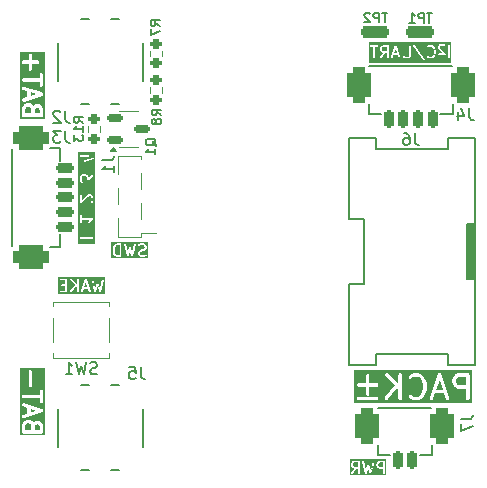
<source format=gbr>
%TF.GenerationSoftware,KiCad,Pcbnew,8.0.5*%
%TF.CreationDate,2025-01-19T00:45:46+01:00*%
%TF.ProjectId,BatteryMonitor,42617474-6572-4794-9d6f-6e69746f722e,rev?*%
%TF.SameCoordinates,Original*%
%TF.FileFunction,Legend,Bot*%
%TF.FilePolarity,Positive*%
%FSLAX46Y46*%
G04 Gerber Fmt 4.6, Leading zero omitted, Abs format (unit mm)*
G04 Created by KiCad (PCBNEW 8.0.5) date 2025-01-19 00:45:46*
%MOMM*%
%LPD*%
G01*
G04 APERTURE LIST*
G04 Aperture macros list*
%AMRoundRect*
0 Rectangle with rounded corners*
0 $1 Rounding radius*
0 $2 $3 $4 $5 $6 $7 $8 $9 X,Y pos of 4 corners*
0 Add a 4 corners polygon primitive as box body*
4,1,4,$2,$3,$4,$5,$6,$7,$8,$9,$2,$3,0*
0 Add four circle primitives for the rounded corners*
1,1,$1+$1,$2,$3*
1,1,$1+$1,$4,$5*
1,1,$1+$1,$6,$7*
1,1,$1+$1,$8,$9*
0 Add four rect primitives between the rounded corners*
20,1,$1+$1,$2,$3,$4,$5,0*
20,1,$1+$1,$4,$5,$6,$7,0*
20,1,$1+$1,$6,$7,$8,$9,0*
20,1,$1+$1,$8,$9,$2,$3,0*%
G04 Aperture macros list end*
%ADD10C,0.150000*%
%ADD11C,0.300000*%
%ADD12C,0.120000*%
%ADD13RoundRect,0.200000X-0.200000X-0.600000X0.200000X-0.600000X0.200000X0.600000X-0.200000X0.600000X0*%
%ADD14RoundRect,0.525000X-0.525000X-0.975000X0.525000X-0.975000X0.525000X0.975000X-0.525000X0.975000X0*%
%ADD15RoundRect,0.200000X0.600000X-0.200000X0.600000X0.200000X-0.600000X0.200000X-0.600000X-0.200000X0*%
%ADD16RoundRect,0.525000X0.975000X-0.525000X0.975000X0.525000X-0.975000X0.525000X-0.975000X-0.525000X0*%
%ADD17RoundRect,0.200000X0.275000X-0.200000X0.275000X0.200000X-0.275000X0.200000X-0.275000X-0.200000X0*%
%ADD18RoundRect,0.237500X0.987500X0.237500X-0.987500X0.237500X-0.987500X-0.237500X0.987500X-0.237500X0*%
%ADD19RoundRect,0.150000X-0.512500X-0.150000X0.512500X-0.150000X0.512500X0.150000X-0.512500X0.150000X0*%
%ADD20R,1.800000X0.650000*%
%ADD21R,1.600000X1.400000*%
%ADD22RoundRect,0.200000X-0.275000X0.200000X-0.275000X-0.200000X0.275000X-0.200000X0.275000X0.200000X0*%
%ADD23C,2.300000*%
%ADD24C,3.000000*%
%ADD25C,1.600000*%
%ADD26C,1.800000*%
G04 APERTURE END LIST*
D10*
G36*
X159515475Y-118903628D02*
G01*
X159227228Y-118903628D01*
X159158712Y-118869370D01*
X159128305Y-118838963D01*
X159094047Y-118770447D01*
X159094047Y-118663000D01*
X159128305Y-118594484D01*
X159158712Y-118564077D01*
X159227228Y-118529819D01*
X159515475Y-118529819D01*
X159515475Y-118903628D01*
G37*
G36*
X161658332Y-118903628D02*
G01*
X161370085Y-118903628D01*
X161301569Y-118869370D01*
X161271162Y-118838963D01*
X161236904Y-118770447D01*
X161236904Y-118663000D01*
X161271162Y-118594484D01*
X161301569Y-118564077D01*
X161370085Y-118529819D01*
X161658332Y-118529819D01*
X161658332Y-118903628D01*
G37*
G36*
X161919443Y-119640912D02*
G01*
X158832936Y-119640912D01*
X158832936Y-118645295D01*
X158944047Y-118645295D01*
X158944047Y-118788152D01*
X158945488Y-118802784D01*
X158946519Y-118805273D01*
X158946710Y-118807961D01*
X158951965Y-118821693D01*
X158999584Y-118916931D01*
X159003548Y-118923230D01*
X159004306Y-118925058D01*
X159005994Y-118927114D01*
X159007416Y-118929374D01*
X159008914Y-118930673D01*
X159013633Y-118936423D01*
X159061252Y-118984042D01*
X159067001Y-118988760D01*
X159068301Y-118990259D01*
X159070560Y-118991680D01*
X159072617Y-118993369D01*
X159074444Y-118994126D01*
X159080744Y-118998091D01*
X159175982Y-119045710D01*
X159189713Y-119050965D01*
X159192402Y-119051156D01*
X159194891Y-119052187D01*
X159208408Y-119053518D01*
X158957605Y-119411809D01*
X158950394Y-119424623D01*
X158944065Y-119453194D01*
X158949150Y-119482011D01*
X158964877Y-119506690D01*
X158988851Y-119523472D01*
X159017422Y-119529801D01*
X159046239Y-119524716D01*
X159070918Y-119508989D01*
X159080489Y-119497829D01*
X159391429Y-119053628D01*
X159515475Y-119053628D01*
X159515475Y-119454819D01*
X159516916Y-119469451D01*
X159528115Y-119496487D01*
X159548807Y-119517179D01*
X159575843Y-119528378D01*
X159605107Y-119528378D01*
X159632143Y-119517179D01*
X159652835Y-119496487D01*
X159664034Y-119469451D01*
X159665475Y-119454819D01*
X159665475Y-118457623D01*
X159896480Y-118457623D01*
X159898468Y-118472191D01*
X160136563Y-119472191D01*
X160138292Y-119477210D01*
X160138532Y-119479012D01*
X160139474Y-119480640D01*
X160141353Y-119486091D01*
X160147739Y-119494915D01*
X160153194Y-119504337D01*
X160156251Y-119506677D01*
X160158510Y-119509798D01*
X160167785Y-119515505D01*
X160176432Y-119522124D01*
X160180152Y-119523116D01*
X160183432Y-119525134D01*
X160194186Y-119526858D01*
X160204708Y-119529664D01*
X160208523Y-119529157D01*
X160212327Y-119529767D01*
X160222925Y-119527243D01*
X160233716Y-119525810D01*
X160237047Y-119523881D01*
X160240795Y-119522989D01*
X160249619Y-119516602D01*
X160259041Y-119511148D01*
X160261381Y-119508090D01*
X160264502Y-119505832D01*
X160270209Y-119496556D01*
X160276828Y-119487910D01*
X160278853Y-119482510D01*
X160279838Y-119480910D01*
X160280125Y-119479118D01*
X160281991Y-119474144D01*
X160399998Y-119031613D01*
X160518007Y-119474144D01*
X160519872Y-119479119D01*
X160520160Y-119480910D01*
X160521144Y-119482509D01*
X160523170Y-119487911D01*
X160529790Y-119496559D01*
X160535496Y-119505832D01*
X160538616Y-119508090D01*
X160540957Y-119511148D01*
X160550378Y-119516602D01*
X160559203Y-119522989D01*
X160562950Y-119523881D01*
X160566282Y-119525810D01*
X160577075Y-119527244D01*
X160587671Y-119529767D01*
X160591472Y-119529157D01*
X160595291Y-119529665D01*
X160605822Y-119526856D01*
X160616566Y-119525134D01*
X160619842Y-119523118D01*
X160623566Y-119522125D01*
X160632216Y-119515503D01*
X160641488Y-119509798D01*
X160643746Y-119506677D01*
X160646804Y-119504337D01*
X160652259Y-119494914D01*
X160658645Y-119486091D01*
X160660522Y-119480642D01*
X160661466Y-119479013D01*
X160661705Y-119477209D01*
X160663435Y-119472191D01*
X160860315Y-118645295D01*
X161086904Y-118645295D01*
X161086904Y-118788152D01*
X161088345Y-118802784D01*
X161089376Y-118805273D01*
X161089567Y-118807961D01*
X161094822Y-118821693D01*
X161142441Y-118916931D01*
X161146405Y-118923230D01*
X161147163Y-118925058D01*
X161148851Y-118927114D01*
X161150273Y-118929374D01*
X161151771Y-118930673D01*
X161156490Y-118936423D01*
X161204109Y-118984042D01*
X161209858Y-118988760D01*
X161211158Y-118990259D01*
X161213417Y-118991680D01*
X161215474Y-118993369D01*
X161217301Y-118994126D01*
X161223601Y-118998091D01*
X161318839Y-119045710D01*
X161332570Y-119050965D01*
X161335259Y-119051156D01*
X161337748Y-119052187D01*
X161352380Y-119053628D01*
X161658332Y-119053628D01*
X161658332Y-119454819D01*
X161659773Y-119469451D01*
X161670972Y-119496487D01*
X161691664Y-119517179D01*
X161718700Y-119528378D01*
X161747964Y-119528378D01*
X161775000Y-119517179D01*
X161795692Y-119496487D01*
X161806891Y-119469451D01*
X161808332Y-119454819D01*
X161808332Y-118454819D01*
X161806891Y-118440187D01*
X161795692Y-118413151D01*
X161775000Y-118392459D01*
X161747964Y-118381260D01*
X161733332Y-118379819D01*
X161352380Y-118379819D01*
X161337748Y-118381260D01*
X161335259Y-118382290D01*
X161332570Y-118382482D01*
X161318839Y-118387737D01*
X161223601Y-118435356D01*
X161217301Y-118439320D01*
X161215474Y-118440078D01*
X161213417Y-118441766D01*
X161211158Y-118443188D01*
X161209858Y-118444686D01*
X161204109Y-118449405D01*
X161156490Y-118497024D01*
X161151771Y-118502773D01*
X161150273Y-118504073D01*
X161148851Y-118506332D01*
X161147163Y-118508389D01*
X161146405Y-118510216D01*
X161142441Y-118516516D01*
X161094822Y-118611754D01*
X161089567Y-118625486D01*
X161089376Y-118628173D01*
X161088345Y-118630663D01*
X161086904Y-118645295D01*
X160860315Y-118645295D01*
X160901530Y-118472190D01*
X160903518Y-118457623D01*
X160898885Y-118428728D01*
X160883549Y-118403806D01*
X160859842Y-118386649D01*
X160831374Y-118379871D01*
X160802479Y-118384504D01*
X160777557Y-118399840D01*
X160760400Y-118423547D01*
X160755610Y-118437447D01*
X160586358Y-119148303D01*
X160472467Y-118721208D01*
X160471181Y-118717780D01*
X160470990Y-118716339D01*
X160469998Y-118714626D01*
X160467304Y-118707442D01*
X160461289Y-118699583D01*
X160456328Y-118691015D01*
X160452469Y-118688061D01*
X160449517Y-118684204D01*
X160440952Y-118679245D01*
X160433090Y-118673227D01*
X160428393Y-118671974D01*
X160424192Y-118669542D01*
X160414385Y-118668239D01*
X160404815Y-118665687D01*
X160399996Y-118666327D01*
X160395184Y-118665688D01*
X160385623Y-118668237D01*
X160375806Y-118669542D01*
X160371600Y-118671976D01*
X160366908Y-118673228D01*
X160359048Y-118679243D01*
X160350481Y-118684204D01*
X160347527Y-118688062D01*
X160343670Y-118691015D01*
X160338711Y-118699580D01*
X160332694Y-118707441D01*
X160329997Y-118714630D01*
X160329008Y-118716340D01*
X160328816Y-118717779D01*
X160327531Y-118721208D01*
X160213639Y-119148303D01*
X160044388Y-118437447D01*
X160039598Y-118423547D01*
X160022441Y-118399840D01*
X159997519Y-118384504D01*
X159968624Y-118379871D01*
X159940156Y-118386649D01*
X159916449Y-118403806D01*
X159901113Y-118428728D01*
X159896480Y-118457623D01*
X159665475Y-118457623D01*
X159665475Y-118454819D01*
X159664034Y-118440187D01*
X159652835Y-118413151D01*
X159632143Y-118392459D01*
X159605107Y-118381260D01*
X159590475Y-118379819D01*
X159209523Y-118379819D01*
X159194891Y-118381260D01*
X159192402Y-118382290D01*
X159189713Y-118382482D01*
X159175982Y-118387737D01*
X159080744Y-118435356D01*
X159074444Y-118439320D01*
X159072617Y-118440078D01*
X159070560Y-118441766D01*
X159068301Y-118443188D01*
X159067001Y-118444686D01*
X159061252Y-118449405D01*
X159013633Y-118497024D01*
X159008914Y-118502773D01*
X159007416Y-118504073D01*
X159005994Y-118506332D01*
X159004306Y-118508389D01*
X159003548Y-118510216D01*
X158999584Y-118516516D01*
X158951965Y-118611754D01*
X158946710Y-118625486D01*
X158946519Y-118628173D01*
X158945488Y-118630663D01*
X158944047Y-118645295D01*
X158832936Y-118645295D01*
X158832936Y-118268708D01*
X161919443Y-118268708D01*
X161919443Y-119640912D01*
G37*
D11*
G36*
X131775673Y-115273276D02*
G01*
X131804851Y-115302454D01*
X131857385Y-115460056D01*
X131857385Y-115785714D01*
X131371671Y-115785714D01*
X131371671Y-115399695D01*
X131416378Y-115310280D01*
X131453382Y-115273276D01*
X131542795Y-115228571D01*
X131686261Y-115228571D01*
X131775673Y-115273276D01*
G37*
G36*
X132489960Y-115344706D02*
G01*
X132526963Y-115381710D01*
X132571671Y-115471124D01*
X132571671Y-115785714D01*
X132157385Y-115785714D01*
X132157385Y-115471124D01*
X132202092Y-115381709D01*
X132239096Y-115344705D01*
X132328510Y-115299999D01*
X132400547Y-115299999D01*
X132489960Y-115344706D01*
G37*
G36*
X132247328Y-114149999D02*
G01*
X131800242Y-114299028D01*
X131800242Y-114000969D01*
X132247328Y-114149999D01*
G37*
G36*
X133038338Y-116252381D02*
G01*
X130905004Y-116252381D01*
X130905004Y-115364285D01*
X131071671Y-115364285D01*
X131071671Y-115935714D01*
X131074553Y-115964978D01*
X131096951Y-116019050D01*
X131138335Y-116060434D01*
X131192407Y-116082832D01*
X131221671Y-116085714D01*
X132721671Y-116085714D01*
X132750935Y-116082832D01*
X132805007Y-116060434D01*
X132846391Y-116019050D01*
X132868789Y-115964978D01*
X132871671Y-115935714D01*
X132871671Y-115435714D01*
X132868789Y-115406450D01*
X132866725Y-115401469D01*
X132866344Y-115396095D01*
X132855835Y-115368631D01*
X132784406Y-115225775D01*
X132776478Y-115213181D01*
X132774963Y-115209522D01*
X132771581Y-115205401D01*
X132768741Y-115200889D01*
X132765747Y-115198292D01*
X132756309Y-115186792D01*
X132684881Y-115115363D01*
X132673378Y-115105923D01*
X132670782Y-115102929D01*
X132666267Y-115100087D01*
X132662150Y-115096708D01*
X132658491Y-115095192D01*
X132645896Y-115087264D01*
X132503039Y-115015835D01*
X132475576Y-115005326D01*
X132470201Y-115004944D01*
X132465221Y-115002881D01*
X132435957Y-114999999D01*
X132293100Y-114999999D01*
X132263836Y-115002881D01*
X132258858Y-115004942D01*
X132253481Y-115005325D01*
X132226018Y-115015835D01*
X132083160Y-115087264D01*
X132070563Y-115095192D01*
X132066906Y-115096708D01*
X132062788Y-115100087D01*
X132058274Y-115102929D01*
X132055677Y-115105923D01*
X132044175Y-115115363D01*
X132042993Y-115116544D01*
X132042023Y-115115362D01*
X131970594Y-115043933D01*
X131959092Y-115034493D01*
X131956496Y-115031500D01*
X131951982Y-115028659D01*
X131947863Y-115025278D01*
X131944203Y-115023762D01*
X131931610Y-115015835D01*
X131788753Y-114944407D01*
X131761289Y-114933897D01*
X131755913Y-114933515D01*
X131750935Y-114931453D01*
X131721671Y-114928571D01*
X131507385Y-114928571D01*
X131478121Y-114931453D01*
X131473142Y-114933515D01*
X131467767Y-114933897D01*
X131440304Y-114944407D01*
X131297446Y-115015835D01*
X131284851Y-115023763D01*
X131281192Y-115025279D01*
X131277071Y-115028660D01*
X131272561Y-115031500D01*
X131269966Y-115034491D01*
X131258461Y-115043934D01*
X131187033Y-115115363D01*
X131177595Y-115126862D01*
X131174601Y-115129460D01*
X131171758Y-115133976D01*
X131168379Y-115138094D01*
X131166864Y-115141750D01*
X131158936Y-115154346D01*
X131087507Y-115297203D01*
X131076998Y-115324666D01*
X131076616Y-115330040D01*
X131074553Y-115335021D01*
X131071671Y-115364285D01*
X130905004Y-115364285D01*
X130905004Y-113631238D01*
X131072849Y-113631238D01*
X131076998Y-113689619D01*
X131103172Y-113741966D01*
X131147386Y-113780313D01*
X131174237Y-113792301D01*
X131500242Y-113900969D01*
X131500242Y-114399028D01*
X131174237Y-114507697D01*
X131147386Y-114519685D01*
X131103172Y-114558032D01*
X131076998Y-114610379D01*
X131072849Y-114668760D01*
X131091357Y-114724284D01*
X131129704Y-114768498D01*
X131182051Y-114794672D01*
X131240432Y-114798821D01*
X131269105Y-114792301D01*
X132769105Y-114292301D01*
X132795956Y-114280313D01*
X132804053Y-114273290D01*
X132813638Y-114268498D01*
X132825959Y-114254291D01*
X132840171Y-114241966D01*
X132844964Y-114232378D01*
X132851985Y-114224284D01*
X132857933Y-114206439D01*
X132866344Y-114189618D01*
X132867103Y-114178930D01*
X132870494Y-114168760D01*
X132869160Y-114149999D01*
X132870494Y-114131238D01*
X132867103Y-114121067D01*
X132866344Y-114110380D01*
X132857933Y-114093558D01*
X132851985Y-114075714D01*
X132844964Y-114067619D01*
X132840171Y-114058032D01*
X132825959Y-114045706D01*
X132813638Y-114031500D01*
X132804053Y-114026707D01*
X132795956Y-114019685D01*
X132769105Y-114007697D01*
X131269105Y-113507697D01*
X131240432Y-113501177D01*
X131182051Y-113505326D01*
X131129704Y-113531500D01*
X131091357Y-113575714D01*
X131072849Y-113631238D01*
X130905004Y-113631238D01*
X130905004Y-112906450D01*
X131074553Y-112906450D01*
X131074553Y-112964978D01*
X131096951Y-113019050D01*
X131138335Y-113060434D01*
X131192407Y-113082832D01*
X131221671Y-113085714D01*
X132571671Y-113085714D01*
X132571671Y-113364285D01*
X132574553Y-113393549D01*
X132596951Y-113447621D01*
X132638335Y-113489005D01*
X132692407Y-113511403D01*
X132750935Y-113511403D01*
X132805007Y-113489005D01*
X132846391Y-113447621D01*
X132868789Y-113393549D01*
X132871671Y-113364285D01*
X132871671Y-112507143D01*
X132868789Y-112477879D01*
X132846391Y-112423807D01*
X132805007Y-112382423D01*
X132750935Y-112360025D01*
X132692407Y-112360025D01*
X132638335Y-112382423D01*
X132596951Y-112423807D01*
X132574553Y-112477879D01*
X132571671Y-112507143D01*
X132571671Y-112785714D01*
X131221671Y-112785714D01*
X131192407Y-112788596D01*
X131138335Y-112810994D01*
X131096951Y-112852378D01*
X131074553Y-112906450D01*
X130905004Y-112906450D01*
X130905004Y-110864286D01*
X131643100Y-110864286D01*
X131643100Y-112007143D01*
X131645982Y-112036407D01*
X131668380Y-112090479D01*
X131709764Y-112131863D01*
X131763836Y-112154261D01*
X131822364Y-112154261D01*
X131876436Y-112131863D01*
X131917820Y-112090479D01*
X131940218Y-112036407D01*
X131943100Y-112007143D01*
X131943100Y-110864286D01*
X131940218Y-110835022D01*
X131917820Y-110780950D01*
X131876436Y-110739566D01*
X131822364Y-110717168D01*
X131763836Y-110717168D01*
X131709764Y-110739566D01*
X131668380Y-110780950D01*
X131645982Y-110835022D01*
X131643100Y-110864286D01*
X130905004Y-110864286D01*
X130905004Y-110550501D01*
X133038338Y-110550501D01*
X133038338Y-116252381D01*
G37*
D10*
G36*
X161972618Y-83703628D02*
G01*
X161684371Y-83703628D01*
X161615855Y-83669370D01*
X161585448Y-83638963D01*
X161551190Y-83570447D01*
X161551190Y-83463000D01*
X161585448Y-83394484D01*
X161615855Y-83364077D01*
X161684371Y-83329819D01*
X161972618Y-83329819D01*
X161972618Y-83703628D01*
G37*
G36*
X162848323Y-83894104D02*
G01*
X162580247Y-83894104D01*
X162714285Y-83491989D01*
X162848323Y-83894104D01*
G37*
G36*
X167424205Y-84679025D02*
G01*
X160434377Y-84679025D01*
X160434377Y-83240187D01*
X160545488Y-83240187D01*
X160545488Y-83269451D01*
X160556687Y-83296487D01*
X160577379Y-83317179D01*
X160604415Y-83328378D01*
X160619047Y-83329819D01*
X160829761Y-83329819D01*
X160829761Y-84254819D01*
X160831202Y-84269451D01*
X160842401Y-84296487D01*
X160863093Y-84317179D01*
X160890129Y-84328378D01*
X160919393Y-84328378D01*
X160946429Y-84317179D01*
X160967121Y-84296487D01*
X160978320Y-84269451D01*
X160979761Y-84254819D01*
X160979761Y-83445295D01*
X161401190Y-83445295D01*
X161401190Y-83588152D01*
X161402631Y-83602784D01*
X161403662Y-83605273D01*
X161403853Y-83607961D01*
X161409108Y-83621693D01*
X161456727Y-83716931D01*
X161460691Y-83723230D01*
X161461449Y-83725058D01*
X161463137Y-83727114D01*
X161464559Y-83729374D01*
X161466057Y-83730673D01*
X161470776Y-83736423D01*
X161518395Y-83784042D01*
X161524144Y-83788760D01*
X161525444Y-83790259D01*
X161527703Y-83791680D01*
X161529760Y-83793369D01*
X161531587Y-83794126D01*
X161537887Y-83798091D01*
X161633125Y-83845710D01*
X161646856Y-83850965D01*
X161649545Y-83851156D01*
X161652034Y-83852187D01*
X161665551Y-83853518D01*
X161414748Y-84211809D01*
X161407537Y-84224623D01*
X161401208Y-84253194D01*
X161406293Y-84282011D01*
X161422020Y-84306690D01*
X161445994Y-84323472D01*
X161474565Y-84329801D01*
X161503382Y-84324716D01*
X161528061Y-84308989D01*
X161537632Y-84297829D01*
X161848572Y-83853628D01*
X161972618Y-83853628D01*
X161972618Y-84254819D01*
X161974059Y-84269451D01*
X161985258Y-84296487D01*
X162005950Y-84317179D01*
X162032986Y-84328378D01*
X162062250Y-84328378D01*
X162089286Y-84317179D01*
X162109978Y-84296487D01*
X162121177Y-84269451D01*
X162122618Y-84254819D01*
X162122618Y-84245439D01*
X162306541Y-84245439D01*
X162308616Y-84274629D01*
X162321702Y-84300802D01*
X162343809Y-84319976D01*
X162371572Y-84329230D01*
X162400762Y-84327155D01*
X162426935Y-84314069D01*
X162446109Y-84291962D01*
X162452103Y-84278536D01*
X162530247Y-84044104D01*
X162898323Y-84044104D01*
X162976467Y-84278536D01*
X162982461Y-84291961D01*
X163001635Y-84314068D01*
X163027808Y-84327155D01*
X163056998Y-84329230D01*
X163084760Y-84319976D01*
X163106868Y-84300802D01*
X163119954Y-84274628D01*
X163122029Y-84245438D01*
X163118769Y-84231102D01*
X162793342Y-83254819D01*
X163305952Y-83254819D01*
X163305952Y-84064342D01*
X163307393Y-84078974D01*
X163308424Y-84081463D01*
X163308615Y-84084151D01*
X163313870Y-84097883D01*
X163361489Y-84193121D01*
X163365452Y-84199417D01*
X163366210Y-84201247D01*
X163367899Y-84203305D01*
X163369321Y-84205564D01*
X163370819Y-84206863D01*
X163375537Y-84212612D01*
X163423156Y-84260232D01*
X163428905Y-84264950D01*
X163430206Y-84266450D01*
X163432465Y-84267872D01*
X163434522Y-84269560D01*
X163436349Y-84270317D01*
X163442649Y-84274282D01*
X163537887Y-84321901D01*
X163551618Y-84327156D01*
X163554307Y-84327347D01*
X163556796Y-84328378D01*
X163571428Y-84329819D01*
X163761904Y-84329819D01*
X163776536Y-84328378D01*
X163779025Y-84327346D01*
X163781713Y-84327156D01*
X163795445Y-84321901D01*
X163890683Y-84274282D01*
X163896982Y-84270317D01*
X163898810Y-84269560D01*
X163900866Y-84267872D01*
X163903126Y-84266450D01*
X163904426Y-84264950D01*
X163910176Y-84260232D01*
X163957794Y-84212613D01*
X163962512Y-84206863D01*
X163964011Y-84205564D01*
X163965432Y-84203305D01*
X163967122Y-84201247D01*
X163967879Y-84199417D01*
X163971843Y-84193121D01*
X164019462Y-84097883D01*
X164024717Y-84084152D01*
X164024908Y-84081462D01*
X164025939Y-84078974D01*
X164027380Y-84064342D01*
X164027380Y-83254819D01*
X164025939Y-83240187D01*
X164014740Y-83213151D01*
X164008710Y-83207121D01*
X164210714Y-83207121D01*
X164216393Y-83235829D01*
X164223310Y-83248802D01*
X165080452Y-84534517D01*
X165089768Y-84545892D01*
X165114083Y-84562175D01*
X165142777Y-84567914D01*
X165171485Y-84562236D01*
X165195834Y-84546003D01*
X165212117Y-84521688D01*
X165217856Y-84492993D01*
X165212177Y-84464286D01*
X165205260Y-84451312D01*
X164461337Y-83335426D01*
X165355012Y-83335426D01*
X165355012Y-83364688D01*
X165366211Y-83391725D01*
X165386903Y-83412417D01*
X165413940Y-83423616D01*
X165443202Y-83423616D01*
X165470239Y-83412417D01*
X165481604Y-83403090D01*
X165516704Y-83367990D01*
X165631217Y-83329819D01*
X165702115Y-83329819D01*
X165816628Y-83367990D01*
X165890741Y-83442103D01*
X165929234Y-83519090D01*
X165972618Y-83692624D01*
X165972618Y-83817013D01*
X165929234Y-83990547D01*
X165890740Y-84067534D01*
X165816628Y-84141647D01*
X165702115Y-84179819D01*
X165631217Y-84179819D01*
X165516704Y-84141648D01*
X165481605Y-84106548D01*
X165470239Y-84097220D01*
X165443203Y-84086021D01*
X165413940Y-84086021D01*
X165386904Y-84097219D01*
X165366211Y-84117912D01*
X165355012Y-84144948D01*
X165355012Y-84174211D01*
X165366210Y-84201247D01*
X165375537Y-84212612D01*
X165423156Y-84260232D01*
X165434522Y-84269560D01*
X165437010Y-84270590D01*
X165439047Y-84272357D01*
X165452473Y-84278351D01*
X165595329Y-84325970D01*
X165602584Y-84327619D01*
X165604415Y-84328378D01*
X165607068Y-84328639D01*
X165609666Y-84329230D01*
X165611640Y-84329089D01*
X165619047Y-84329819D01*
X165714285Y-84329819D01*
X165721690Y-84329089D01*
X165723665Y-84329230D01*
X165726262Y-84328639D01*
X165728917Y-84328378D01*
X165730748Y-84327619D01*
X165738002Y-84325970D01*
X165880859Y-84278351D01*
X165894284Y-84272357D01*
X165896319Y-84270591D01*
X165898810Y-84269560D01*
X165910175Y-84260233D01*
X166005414Y-84164993D01*
X166010131Y-84159244D01*
X166011630Y-84157945D01*
X166013051Y-84155686D01*
X166014741Y-84153628D01*
X166015498Y-84151798D01*
X166019462Y-84145502D01*
X166067081Y-84050264D01*
X166067490Y-84049194D01*
X166067813Y-84048759D01*
X166070005Y-84042622D01*
X166072336Y-84036533D01*
X166072374Y-84035992D01*
X166072760Y-84034913D01*
X166120379Y-83844437D01*
X166120754Y-83841900D01*
X166121177Y-83840879D01*
X166121719Y-83835366D01*
X166122529Y-83829893D01*
X166122366Y-83828800D01*
X166122618Y-83826247D01*
X166122618Y-83683390D01*
X166122366Y-83680836D01*
X166122529Y-83679744D01*
X166121719Y-83674270D01*
X166121177Y-83668758D01*
X166120754Y-83667736D01*
X166120379Y-83665200D01*
X166072760Y-83474724D01*
X166072374Y-83473644D01*
X166072336Y-83473104D01*
X166070005Y-83467014D01*
X166067813Y-83460878D01*
X166067490Y-83460442D01*
X166067081Y-83459373D01*
X166019462Y-83364135D01*
X166015499Y-83357840D01*
X166014741Y-83356008D01*
X166013049Y-83353946D01*
X166011630Y-83351692D01*
X166010133Y-83350393D01*
X166005413Y-83344643D01*
X165978446Y-83317676D01*
X166315476Y-83317676D01*
X166315476Y-83393866D01*
X166316205Y-83401271D01*
X166316065Y-83403246D01*
X166316655Y-83405843D01*
X166316917Y-83408498D01*
X166317675Y-83410329D01*
X166319325Y-83417583D01*
X166357420Y-83531869D01*
X166363414Y-83545294D01*
X166365179Y-83547329D01*
X166366211Y-83549820D01*
X166375538Y-83561185D01*
X166704648Y-83890295D01*
X166390476Y-83890295D01*
X166375844Y-83891736D01*
X166348808Y-83902935D01*
X166328116Y-83923627D01*
X166316917Y-83950663D01*
X166316917Y-83979927D01*
X166328116Y-84006963D01*
X166348808Y-84027655D01*
X166375844Y-84038854D01*
X166390476Y-84040295D01*
X166885714Y-84040295D01*
X166900346Y-84038854D01*
X166927382Y-84027656D01*
X166948075Y-84006963D01*
X166959273Y-83979927D01*
X166959273Y-83950664D01*
X166948075Y-83923627D01*
X166938747Y-83912262D01*
X166494123Y-83467638D01*
X166465476Y-83381696D01*
X166465476Y-83335380D01*
X166490210Y-83285911D01*
X166511092Y-83265029D01*
X166560562Y-83240295D01*
X166715628Y-83240295D01*
X166765096Y-83265029D01*
X166794587Y-83294519D01*
X166805952Y-83303846D01*
X166832988Y-83315044D01*
X166862251Y-83315044D01*
X166889287Y-83303845D01*
X166909980Y-83283152D01*
X166921178Y-83256115D01*
X166921178Y-83254819D01*
X167163094Y-83254819D01*
X167163094Y-84254819D01*
X167164535Y-84269451D01*
X167175734Y-84296487D01*
X167196426Y-84317179D01*
X167223462Y-84328378D01*
X167252726Y-84328378D01*
X167279762Y-84317179D01*
X167300454Y-84296487D01*
X167311653Y-84269451D01*
X167313094Y-84254819D01*
X167313094Y-83254819D01*
X167311653Y-83240187D01*
X167300454Y-83213151D01*
X167279762Y-83192459D01*
X167252726Y-83181260D01*
X167223462Y-83181260D01*
X167196426Y-83192459D01*
X167175734Y-83213151D01*
X167164535Y-83240187D01*
X167163094Y-83254819D01*
X166921178Y-83254819D01*
X166921178Y-83226852D01*
X166909979Y-83199816D01*
X166900651Y-83188451D01*
X166862555Y-83150356D01*
X166856806Y-83145638D01*
X166855507Y-83144140D01*
X166853248Y-83142718D01*
X166851190Y-83141029D01*
X166849360Y-83140271D01*
X166843064Y-83136308D01*
X166766874Y-83098213D01*
X166753142Y-83092958D01*
X166750454Y-83092767D01*
X166747965Y-83091736D01*
X166733333Y-83090295D01*
X166542857Y-83090295D01*
X166528225Y-83091736D01*
X166525735Y-83092767D01*
X166523048Y-83092958D01*
X166509316Y-83098213D01*
X166433125Y-83136308D01*
X166426825Y-83140272D01*
X166424998Y-83141030D01*
X166422941Y-83142718D01*
X166420682Y-83144140D01*
X166419382Y-83145638D01*
X166413633Y-83150357D01*
X166375538Y-83188452D01*
X166370819Y-83194201D01*
X166369321Y-83195501D01*
X166367899Y-83197760D01*
X166366211Y-83199817D01*
X166365453Y-83201644D01*
X166361489Y-83207944D01*
X166323394Y-83284135D01*
X166318139Y-83297867D01*
X166317948Y-83300554D01*
X166316917Y-83303044D01*
X166315476Y-83317676D01*
X165978446Y-83317676D01*
X165910175Y-83249405D01*
X165898810Y-83240078D01*
X165896319Y-83239046D01*
X165894284Y-83237281D01*
X165880859Y-83231287D01*
X165738002Y-83183668D01*
X165730748Y-83182018D01*
X165728917Y-83181260D01*
X165726262Y-83180998D01*
X165723665Y-83180408D01*
X165721690Y-83180548D01*
X165714285Y-83179819D01*
X165619047Y-83179819D01*
X165611640Y-83180548D01*
X165609666Y-83180408D01*
X165607068Y-83180998D01*
X165604415Y-83181260D01*
X165602584Y-83182018D01*
X165595329Y-83183668D01*
X165452473Y-83231287D01*
X165439047Y-83237281D01*
X165437010Y-83239047D01*
X165434522Y-83240078D01*
X165423157Y-83249405D01*
X165375538Y-83297024D01*
X165366211Y-83308389D01*
X165355012Y-83335426D01*
X164461337Y-83335426D01*
X164348118Y-83165598D01*
X164338802Y-83154222D01*
X164314487Y-83137939D01*
X164285793Y-83132200D01*
X164257085Y-83137879D01*
X164232736Y-83154112D01*
X164216453Y-83178427D01*
X164210714Y-83207121D01*
X164008710Y-83207121D01*
X163994048Y-83192459D01*
X163967012Y-83181260D01*
X163937748Y-83181260D01*
X163910712Y-83192459D01*
X163890020Y-83213151D01*
X163878821Y-83240187D01*
X163877380Y-83254819D01*
X163877380Y-84046637D01*
X163843121Y-84115153D01*
X163812714Y-84145561D01*
X163744199Y-84179819D01*
X163589133Y-84179819D01*
X163520617Y-84145561D01*
X163490210Y-84115153D01*
X163455952Y-84046637D01*
X163455952Y-83254819D01*
X163454511Y-83240187D01*
X163443312Y-83213151D01*
X163422620Y-83192459D01*
X163395584Y-83181260D01*
X163366320Y-83181260D01*
X163339284Y-83192459D01*
X163318592Y-83213151D01*
X163307393Y-83240187D01*
X163305952Y-83254819D01*
X162793342Y-83254819D01*
X162785436Y-83231102D01*
X162779442Y-83217676D01*
X162775930Y-83213627D01*
X162773535Y-83208836D01*
X162766431Y-83202674D01*
X162760268Y-83195569D01*
X162755474Y-83193172D01*
X162751427Y-83189662D01*
X162742505Y-83186688D01*
X162734095Y-83182483D01*
X162728750Y-83182103D01*
X162723665Y-83180408D01*
X162714285Y-83181074D01*
X162704905Y-83180408D01*
X162699819Y-83182103D01*
X162694475Y-83182483D01*
X162686067Y-83186687D01*
X162677142Y-83189662D01*
X162673091Y-83193175D01*
X162668302Y-83195570D01*
X162662143Y-83202670D01*
X162655035Y-83208836D01*
X162652638Y-83213629D01*
X162649128Y-83217677D01*
X162643134Y-83231102D01*
X162309801Y-84231102D01*
X162306541Y-84245439D01*
X162122618Y-84245439D01*
X162122618Y-83254819D01*
X162121177Y-83240187D01*
X162109978Y-83213151D01*
X162089286Y-83192459D01*
X162062250Y-83181260D01*
X162047618Y-83179819D01*
X161666666Y-83179819D01*
X161652034Y-83181260D01*
X161649545Y-83182290D01*
X161646856Y-83182482D01*
X161633125Y-83187737D01*
X161537887Y-83235356D01*
X161531587Y-83239320D01*
X161529760Y-83240078D01*
X161527703Y-83241766D01*
X161525444Y-83243188D01*
X161524144Y-83244686D01*
X161518395Y-83249405D01*
X161470776Y-83297024D01*
X161466057Y-83302773D01*
X161464559Y-83304073D01*
X161463137Y-83306332D01*
X161461449Y-83308389D01*
X161460691Y-83310216D01*
X161456727Y-83316516D01*
X161409108Y-83411754D01*
X161403853Y-83425486D01*
X161403662Y-83428173D01*
X161402631Y-83430663D01*
X161401190Y-83445295D01*
X160979761Y-83445295D01*
X160979761Y-83329819D01*
X161190475Y-83329819D01*
X161205107Y-83328378D01*
X161232143Y-83317179D01*
X161252835Y-83296487D01*
X161264034Y-83269451D01*
X161264034Y-83240187D01*
X161252835Y-83213151D01*
X161232143Y-83192459D01*
X161205107Y-83181260D01*
X161190475Y-83179819D01*
X160619047Y-83179819D01*
X160604415Y-83181260D01*
X160577379Y-83192459D01*
X160556687Y-83213151D01*
X160545488Y-83240187D01*
X160434377Y-83240187D01*
X160434377Y-82979184D01*
X167424205Y-82979184D01*
X167424205Y-84679025D01*
G37*
G36*
X136614990Y-103694104D02*
G01*
X136346914Y-103694104D01*
X136480952Y-103291989D01*
X136614990Y-103694104D01*
G37*
G36*
X138095582Y-104240930D02*
G01*
X134153425Y-104240930D01*
X134153425Y-103040187D01*
X134264536Y-103040187D01*
X134264536Y-103069451D01*
X134275735Y-103096487D01*
X134296427Y-103117179D01*
X134323463Y-103128378D01*
X134338095Y-103129819D01*
X134739285Y-103129819D01*
X134739285Y-103456009D01*
X134480952Y-103456009D01*
X134466320Y-103457450D01*
X134439284Y-103468649D01*
X134418592Y-103489341D01*
X134407393Y-103516377D01*
X134407393Y-103545641D01*
X134418592Y-103572677D01*
X134439284Y-103593369D01*
X134466320Y-103604568D01*
X134480952Y-103606009D01*
X134739285Y-103606009D01*
X134739285Y-103979819D01*
X134338095Y-103979819D01*
X134323463Y-103981260D01*
X134296427Y-103992459D01*
X134275735Y-104013151D01*
X134264536Y-104040187D01*
X134264536Y-104069451D01*
X134275735Y-104096487D01*
X134296427Y-104117179D01*
X134323463Y-104128378D01*
X134338095Y-104129819D01*
X134814285Y-104129819D01*
X134828917Y-104128378D01*
X134855953Y-104117179D01*
X134876645Y-104096487D01*
X134887844Y-104069451D01*
X134889285Y-104054819D01*
X134889285Y-104050737D01*
X135167968Y-104050737D01*
X135172107Y-104079706D01*
X135187016Y-104104887D01*
X135210427Y-104122445D01*
X135238775Y-104129708D01*
X135267744Y-104125569D01*
X135292925Y-104110660D01*
X135302857Y-104099819D01*
X135679542Y-103597570D01*
X135739285Y-103657313D01*
X135739285Y-104054819D01*
X135740726Y-104069451D01*
X135751925Y-104096487D01*
X135772617Y-104117179D01*
X135799653Y-104128378D01*
X135828917Y-104128378D01*
X135855953Y-104117179D01*
X135876645Y-104096487D01*
X135887844Y-104069451D01*
X135889285Y-104054819D01*
X135889285Y-104045439D01*
X136073208Y-104045439D01*
X136075283Y-104074629D01*
X136088369Y-104100802D01*
X136110476Y-104119976D01*
X136138239Y-104129230D01*
X136167429Y-104127155D01*
X136193602Y-104114069D01*
X136212776Y-104091962D01*
X136218770Y-104078536D01*
X136296914Y-103844104D01*
X136664990Y-103844104D01*
X136743134Y-104078536D01*
X136749128Y-104091961D01*
X136768302Y-104114068D01*
X136794475Y-104127155D01*
X136823665Y-104129230D01*
X136851427Y-104119976D01*
X136873535Y-104100802D01*
X136886621Y-104074628D01*
X136888696Y-104045438D01*
X136885436Y-104031102D01*
X136560943Y-103057623D01*
X136977433Y-103057623D01*
X136979421Y-103072191D01*
X137217516Y-104072191D01*
X137219245Y-104077210D01*
X137219485Y-104079012D01*
X137220427Y-104080640D01*
X137222306Y-104086091D01*
X137228692Y-104094915D01*
X137234147Y-104104337D01*
X137237204Y-104106677D01*
X137239463Y-104109798D01*
X137248738Y-104115505D01*
X137257385Y-104122124D01*
X137261105Y-104123116D01*
X137264385Y-104125134D01*
X137275139Y-104126858D01*
X137285661Y-104129664D01*
X137289476Y-104129157D01*
X137293280Y-104129767D01*
X137303878Y-104127243D01*
X137314669Y-104125810D01*
X137318000Y-104123881D01*
X137321748Y-104122989D01*
X137330572Y-104116602D01*
X137339994Y-104111148D01*
X137342334Y-104108090D01*
X137345455Y-104105832D01*
X137351162Y-104096556D01*
X137357781Y-104087910D01*
X137359806Y-104082510D01*
X137360791Y-104080910D01*
X137361078Y-104079118D01*
X137362944Y-104074144D01*
X137480951Y-103631613D01*
X137598960Y-104074144D01*
X137600825Y-104079119D01*
X137601113Y-104080910D01*
X137602097Y-104082509D01*
X137604123Y-104087911D01*
X137610743Y-104096559D01*
X137616449Y-104105832D01*
X137619569Y-104108090D01*
X137621910Y-104111148D01*
X137631331Y-104116602D01*
X137640156Y-104122989D01*
X137643903Y-104123881D01*
X137647235Y-104125810D01*
X137658028Y-104127244D01*
X137668624Y-104129767D01*
X137672425Y-104129157D01*
X137676244Y-104129665D01*
X137686775Y-104126856D01*
X137697519Y-104125134D01*
X137700795Y-104123118D01*
X137704519Y-104122125D01*
X137713169Y-104115503D01*
X137722441Y-104109798D01*
X137724699Y-104106677D01*
X137727757Y-104104337D01*
X137733212Y-104094914D01*
X137739598Y-104086091D01*
X137741475Y-104080642D01*
X137742419Y-104079013D01*
X137742658Y-104077209D01*
X137744388Y-104072191D01*
X137982483Y-103072190D01*
X137984471Y-103057623D01*
X137979838Y-103028728D01*
X137964502Y-103003806D01*
X137940795Y-102986649D01*
X137912327Y-102979871D01*
X137883432Y-102984504D01*
X137858510Y-102999840D01*
X137841353Y-103023547D01*
X137836563Y-103037447D01*
X137667311Y-103748303D01*
X137553420Y-103321208D01*
X137552134Y-103317780D01*
X137551943Y-103316339D01*
X137550951Y-103314626D01*
X137548257Y-103307442D01*
X137542242Y-103299583D01*
X137537281Y-103291015D01*
X137533422Y-103288061D01*
X137530470Y-103284204D01*
X137521905Y-103279245D01*
X137514043Y-103273227D01*
X137509346Y-103271974D01*
X137505145Y-103269542D01*
X137495338Y-103268239D01*
X137485768Y-103265687D01*
X137480949Y-103266327D01*
X137476137Y-103265688D01*
X137466576Y-103268237D01*
X137456759Y-103269542D01*
X137452553Y-103271976D01*
X137447861Y-103273228D01*
X137440001Y-103279243D01*
X137431434Y-103284204D01*
X137428480Y-103288062D01*
X137424623Y-103291015D01*
X137419664Y-103299580D01*
X137413647Y-103307441D01*
X137410950Y-103314630D01*
X137409961Y-103316340D01*
X137409769Y-103317779D01*
X137408484Y-103321208D01*
X137294592Y-103748303D01*
X137125341Y-103037447D01*
X137120551Y-103023547D01*
X137103394Y-102999840D01*
X137078472Y-102984504D01*
X137049577Y-102979871D01*
X137021109Y-102986649D01*
X136997402Y-103003806D01*
X136982066Y-103028728D01*
X136977433Y-103057623D01*
X136560943Y-103057623D01*
X136552103Y-103031102D01*
X136546109Y-103017676D01*
X136542597Y-103013627D01*
X136540202Y-103008836D01*
X136533098Y-103002674D01*
X136526935Y-102995569D01*
X136522141Y-102993172D01*
X136518094Y-102989662D01*
X136509172Y-102986688D01*
X136500762Y-102982483D01*
X136495417Y-102982103D01*
X136490332Y-102980408D01*
X136480952Y-102981074D01*
X136471572Y-102980408D01*
X136466486Y-102982103D01*
X136461142Y-102982483D01*
X136452734Y-102986687D01*
X136443809Y-102989662D01*
X136439758Y-102993175D01*
X136434969Y-102995570D01*
X136428810Y-103002670D01*
X136421702Y-103008836D01*
X136419305Y-103013629D01*
X136415795Y-103017677D01*
X136409801Y-103031102D01*
X136076468Y-104031102D01*
X136073208Y-104045439D01*
X135889285Y-104045439D01*
X135889285Y-103054819D01*
X135887844Y-103040187D01*
X135876645Y-103013151D01*
X135855953Y-102992459D01*
X135828917Y-102981260D01*
X135799653Y-102981260D01*
X135772617Y-102992459D01*
X135751925Y-103013151D01*
X135740726Y-103040187D01*
X135739285Y-103054819D01*
X135739285Y-103445181D01*
X135295890Y-103001786D01*
X135284525Y-102992459D01*
X135257488Y-102981260D01*
X135228226Y-102981260D01*
X135201189Y-102992459D01*
X135180497Y-103013151D01*
X135169298Y-103040188D01*
X135169298Y-103069450D01*
X135180497Y-103096487D01*
X135189824Y-103107852D01*
X135572399Y-103490427D01*
X135182857Y-104009819D01*
X135175231Y-104022389D01*
X135167968Y-104050737D01*
X134889285Y-104050737D01*
X134889285Y-103054819D01*
X134887844Y-103040187D01*
X134876645Y-103013151D01*
X134855953Y-102992459D01*
X134828917Y-102981260D01*
X134814285Y-102979819D01*
X134338095Y-102979819D01*
X134323463Y-102981260D01*
X134296427Y-102992459D01*
X134275735Y-103013151D01*
X134264536Y-103040187D01*
X134153425Y-103040187D01*
X134153425Y-102868708D01*
X138095582Y-102868708D01*
X138095582Y-104240930D01*
G37*
D11*
G36*
X166706171Y-112388209D02*
G01*
X166170018Y-112388209D01*
X166438094Y-111583979D01*
X166706171Y-112388209D01*
G37*
G36*
X168669047Y-112007257D02*
G01*
X168092552Y-112007257D01*
X167955520Y-111938741D01*
X167894706Y-111877926D01*
X167826190Y-111740894D01*
X167826190Y-111526000D01*
X167894706Y-111388968D01*
X167955520Y-111328154D01*
X168092552Y-111259638D01*
X168669047Y-111259638D01*
X168669047Y-112007257D01*
G37*
G36*
X169191269Y-113481860D02*
G01*
X159211612Y-113481860D01*
X159211612Y-113080374D01*
X159433834Y-113080374D01*
X159433834Y-113138902D01*
X159456232Y-113192974D01*
X159497616Y-113234358D01*
X159551688Y-113256756D01*
X159580952Y-113259638D01*
X161104761Y-113259638D01*
X161134025Y-113256756D01*
X161188097Y-113234358D01*
X161229481Y-113192974D01*
X161251879Y-113138902D01*
X161251879Y-113101475D01*
X161812126Y-113101475D01*
X161820403Y-113159412D01*
X161850222Y-113209774D01*
X161897044Y-113244891D01*
X161953741Y-113259416D01*
X162011678Y-113251139D01*
X162062040Y-113221320D01*
X162081904Y-113199638D01*
X162835275Y-112195141D01*
X162954761Y-112314627D01*
X162954761Y-113109638D01*
X162957643Y-113138902D01*
X162980041Y-113192974D01*
X163021425Y-113234358D01*
X163075497Y-113256756D01*
X163134025Y-113256756D01*
X163188097Y-113234358D01*
X163229481Y-113192974D01*
X163251879Y-113138902D01*
X163254761Y-113109638D01*
X163254761Y-111270851D01*
X163814786Y-111270851D01*
X163814786Y-111329377D01*
X163837183Y-111383449D01*
X163878569Y-111424835D01*
X163932641Y-111447232D01*
X163991167Y-111447232D01*
X164045239Y-111424835D01*
X164067970Y-111406180D01*
X164138170Y-111335980D01*
X164367196Y-111259638D01*
X164508989Y-111259638D01*
X164738020Y-111335981D01*
X164886245Y-111484206D01*
X164963234Y-111638184D01*
X165049999Y-111985244D01*
X165049999Y-112234031D01*
X164963234Y-112581091D01*
X164886244Y-112735069D01*
X164738020Y-112883294D01*
X164508989Y-112959638D01*
X164367196Y-112959638D01*
X164138170Y-112883296D01*
X164067971Y-112813096D01*
X164045240Y-112794441D01*
X163991168Y-112772043D01*
X163932642Y-112772043D01*
X163878569Y-112794440D01*
X163837184Y-112835825D01*
X163814786Y-112889897D01*
X163814786Y-112948423D01*
X163837183Y-113002496D01*
X163855837Y-113025226D01*
X163951076Y-113120466D01*
X163973806Y-113139121D01*
X163978787Y-113141184D01*
X163982857Y-113144714D01*
X164009708Y-113156702D01*
X164295422Y-113251940D01*
X164309929Y-113255238D01*
X164313592Y-113256756D01*
X164318900Y-113257278D01*
X164324095Y-113258460D01*
X164328044Y-113258179D01*
X164342856Y-113259638D01*
X164533332Y-113259638D01*
X164548143Y-113258179D01*
X164552092Y-113258460D01*
X164557287Y-113257278D01*
X164562596Y-113256756D01*
X164566256Y-113255239D01*
X164580766Y-113251941D01*
X164866481Y-113156703D01*
X164893332Y-113144714D01*
X164897401Y-113141184D01*
X164902383Y-113139121D01*
X164925113Y-113120466D01*
X164954702Y-113090877D01*
X165622606Y-113090877D01*
X165626755Y-113149258D01*
X165652929Y-113201605D01*
X165697143Y-113239952D01*
X165752667Y-113258460D01*
X165811048Y-113254311D01*
X165863395Y-113228137D01*
X165901742Y-113183923D01*
X165913730Y-113157072D01*
X166070018Y-112688209D01*
X166806171Y-112688209D01*
X166962459Y-113157072D01*
X166974447Y-113183923D01*
X167012794Y-113228137D01*
X167065141Y-113254311D01*
X167123522Y-113258461D01*
X167179046Y-113239952D01*
X167223260Y-113201605D01*
X167249434Y-113149258D01*
X167253584Y-113090878D01*
X167247064Y-113062204D01*
X166723193Y-111490590D01*
X167526190Y-111490590D01*
X167526190Y-111776304D01*
X167529072Y-111805568D01*
X167531133Y-111810545D01*
X167531516Y-111815923D01*
X167542026Y-111843386D01*
X167637264Y-112033862D01*
X167645191Y-112046455D01*
X167646707Y-112050115D01*
X167650088Y-112054235D01*
X167652929Y-112058748D01*
X167655922Y-112061344D01*
X167665361Y-112072845D01*
X167760600Y-112168085D01*
X167772102Y-112177525D01*
X167774698Y-112180518D01*
X167779207Y-112183356D01*
X167783330Y-112186740D01*
X167786992Y-112188256D01*
X167799584Y-112196183D01*
X167990060Y-112291421D01*
X168017524Y-112301931D01*
X168022899Y-112302312D01*
X168027878Y-112304375D01*
X168057142Y-112307257D01*
X168669047Y-112307257D01*
X168669047Y-113109638D01*
X168671929Y-113138902D01*
X168694327Y-113192974D01*
X168735711Y-113234358D01*
X168789783Y-113256756D01*
X168848311Y-113256756D01*
X168902383Y-113234358D01*
X168943767Y-113192974D01*
X168966165Y-113138902D01*
X168969047Y-113109638D01*
X168969047Y-111109638D01*
X168966165Y-111080374D01*
X168943767Y-111026302D01*
X168902383Y-110984918D01*
X168848311Y-110962520D01*
X168819047Y-110959638D01*
X168057142Y-110959638D01*
X168027878Y-110962520D01*
X168022899Y-110964582D01*
X168017524Y-110964964D01*
X167990060Y-110975474D01*
X167799584Y-111070712D01*
X167786990Y-111078639D01*
X167783331Y-111080155D01*
X167779211Y-111083536D01*
X167774698Y-111086377D01*
X167772101Y-111089370D01*
X167760600Y-111098810D01*
X167665362Y-111194048D01*
X167655923Y-111205549D01*
X167652929Y-111208146D01*
X167650088Y-111212659D01*
X167646707Y-111216779D01*
X167645191Y-111220438D01*
X167637264Y-111233032D01*
X167542026Y-111423508D01*
X167531516Y-111450971D01*
X167531133Y-111456348D01*
X167529072Y-111461326D01*
X167526190Y-111490590D01*
X166723193Y-111490590D01*
X166580398Y-111062204D01*
X166568409Y-111035353D01*
X166561385Y-111027255D01*
X166556594Y-111017672D01*
X166542387Y-111005350D01*
X166530062Y-110991139D01*
X166520476Y-110986345D01*
X166512380Y-110979324D01*
X166494538Y-110973376D01*
X166477715Y-110964965D01*
X166467022Y-110964205D01*
X166456855Y-110960816D01*
X166438095Y-110962149D01*
X166419335Y-110960816D01*
X166409167Y-110964205D01*
X166398475Y-110964965D01*
X166381651Y-110973376D01*
X166363810Y-110979324D01*
X166355713Y-110986346D01*
X166346128Y-110991139D01*
X166333804Y-111005347D01*
X166319596Y-111017671D01*
X166314803Y-111027256D01*
X166307781Y-111035353D01*
X166295792Y-111062204D01*
X165629126Y-113062204D01*
X165622606Y-113090877D01*
X164954702Y-113090877D01*
X165115589Y-112929989D01*
X165125028Y-112918487D01*
X165128022Y-112915891D01*
X165130862Y-112911377D01*
X165134244Y-112907258D01*
X165135759Y-112903598D01*
X165143687Y-112891005D01*
X165238925Y-112700529D01*
X165239743Y-112698390D01*
X165240389Y-112697519D01*
X165244773Y-112685245D01*
X165249435Y-112673065D01*
X165249511Y-112671982D01*
X165250282Y-112669827D01*
X165345520Y-112288876D01*
X165346270Y-112283803D01*
X165347117Y-112281759D01*
X165348202Y-112270737D01*
X165349822Y-112259786D01*
X165349496Y-112257598D01*
X165349999Y-112252495D01*
X165349999Y-111966780D01*
X165349496Y-111961676D01*
X165349822Y-111959489D01*
X165348202Y-111948537D01*
X165347117Y-111937516D01*
X165346270Y-111935471D01*
X165345520Y-111930399D01*
X165250282Y-111549448D01*
X165249511Y-111547292D01*
X165249435Y-111546210D01*
X165244773Y-111534029D01*
X165240389Y-111521756D01*
X165239743Y-111520884D01*
X165238925Y-111518746D01*
X165143687Y-111328270D01*
X165135759Y-111315676D01*
X165134244Y-111312017D01*
X165130862Y-111307897D01*
X165128022Y-111303384D01*
X165125028Y-111300787D01*
X165115589Y-111289286D01*
X164925113Y-111098810D01*
X164902382Y-111080155D01*
X164897402Y-111078092D01*
X164893332Y-111074562D01*
X164866481Y-111062573D01*
X164580766Y-110967335D01*
X164566256Y-110964036D01*
X164562596Y-110962520D01*
X164557287Y-110961997D01*
X164552092Y-110960816D01*
X164548143Y-110961096D01*
X164533332Y-110959638D01*
X164342856Y-110959638D01*
X164328044Y-110961096D01*
X164324095Y-110960816D01*
X164318900Y-110961997D01*
X164313592Y-110962520D01*
X164309929Y-110964037D01*
X164295422Y-110967336D01*
X164009708Y-111062574D01*
X163982857Y-111074562D01*
X163978786Y-111078092D01*
X163973807Y-111080155D01*
X163951076Y-111098810D01*
X163855838Y-111194048D01*
X163837183Y-111216779D01*
X163814786Y-111270851D01*
X163254761Y-111270851D01*
X163254761Y-111109638D01*
X163251879Y-111080374D01*
X163229481Y-111026302D01*
X163188097Y-110984918D01*
X163134025Y-110962520D01*
X163075497Y-110962520D01*
X163021425Y-110984918D01*
X162980041Y-111026302D01*
X162957643Y-111080374D01*
X162954761Y-111109638D01*
X162954761Y-111890363D01*
X162067970Y-111003572D01*
X162045239Y-110984917D01*
X161991167Y-110962520D01*
X161932641Y-110962520D01*
X161878569Y-110984917D01*
X161837183Y-111026303D01*
X161814786Y-111080375D01*
X161814786Y-111138901D01*
X161837183Y-111192973D01*
X161855838Y-111215704D01*
X162620990Y-111980856D01*
X161841904Y-113019638D01*
X161826651Y-113044778D01*
X161812126Y-113101475D01*
X161251879Y-113101475D01*
X161251879Y-113080374D01*
X161229481Y-113026302D01*
X161188097Y-112984918D01*
X161134025Y-112962520D01*
X161104761Y-112959638D01*
X159580952Y-112959638D01*
X159551688Y-112962520D01*
X159497616Y-112984918D01*
X159456232Y-113026302D01*
X159433834Y-113080374D01*
X159211612Y-113080374D01*
X159211612Y-111937516D01*
X159433834Y-111937516D01*
X159433834Y-111996044D01*
X159456232Y-112050116D01*
X159497616Y-112091500D01*
X159551688Y-112113898D01*
X159580952Y-112116780D01*
X160192856Y-112116780D01*
X160192856Y-112728685D01*
X160195738Y-112757949D01*
X160218136Y-112812021D01*
X160259520Y-112853405D01*
X160313592Y-112875803D01*
X160372120Y-112875803D01*
X160426192Y-112853405D01*
X160467576Y-112812021D01*
X160489974Y-112757949D01*
X160492856Y-112728685D01*
X160492856Y-112116780D01*
X161104761Y-112116780D01*
X161134025Y-112113898D01*
X161188097Y-112091500D01*
X161229481Y-112050116D01*
X161251879Y-111996044D01*
X161251879Y-111937516D01*
X161229481Y-111883444D01*
X161188097Y-111842060D01*
X161134025Y-111819662D01*
X161104761Y-111816780D01*
X160492856Y-111816780D01*
X160492856Y-111204876D01*
X160489974Y-111175612D01*
X160467576Y-111121540D01*
X160426192Y-111080156D01*
X160372120Y-111057758D01*
X160313592Y-111057758D01*
X160259520Y-111080156D01*
X160218136Y-111121540D01*
X160195738Y-111175612D01*
X160192856Y-111204876D01*
X160192856Y-111816780D01*
X159580952Y-111816780D01*
X159551688Y-111819662D01*
X159497616Y-111842060D01*
X159456232Y-111883444D01*
X159433834Y-111937516D01*
X159211612Y-111937516D01*
X159211612Y-110737416D01*
X169191269Y-110737416D01*
X169191269Y-113481860D01*
G37*
D10*
G36*
X139339285Y-100979819D02*
G01*
X139188360Y-100979819D01*
X139073847Y-100941648D01*
X138999734Y-100867534D01*
X138961240Y-100790547D01*
X138917857Y-100617013D01*
X138917857Y-100492624D01*
X138961240Y-100319090D01*
X138999734Y-100242103D01*
X139073847Y-100167990D01*
X139188360Y-100129819D01*
X139339285Y-100129819D01*
X139339285Y-100979819D01*
G37*
G36*
X141743253Y-101240930D02*
G01*
X138656746Y-101240930D01*
X138656746Y-100483390D01*
X138767857Y-100483390D01*
X138767857Y-100626247D01*
X138768108Y-100628800D01*
X138767946Y-100629893D01*
X138768755Y-100635366D01*
X138769298Y-100640879D01*
X138769720Y-100641900D01*
X138770096Y-100644437D01*
X138817715Y-100834913D01*
X138818100Y-100835992D01*
X138818139Y-100836532D01*
X138820466Y-100842613D01*
X138822662Y-100848759D01*
X138822984Y-100849194D01*
X138823394Y-100850264D01*
X138871013Y-100945502D01*
X138874976Y-100951798D01*
X138875734Y-100953628D01*
X138877423Y-100955686D01*
X138878845Y-100957945D01*
X138880343Y-100959244D01*
X138885062Y-100964994D01*
X138980300Y-101060233D01*
X138991665Y-101069561D01*
X138994155Y-101070592D01*
X138996190Y-101072357D01*
X139009616Y-101078351D01*
X139152472Y-101125970D01*
X139159727Y-101127619D01*
X139161558Y-101128378D01*
X139164211Y-101128639D01*
X139166809Y-101129230D01*
X139168783Y-101129089D01*
X139176190Y-101129819D01*
X139414285Y-101129819D01*
X139428917Y-101128378D01*
X139455953Y-101117179D01*
X139476645Y-101096487D01*
X139487844Y-101069451D01*
X139489285Y-101054819D01*
X139489285Y-100057623D01*
X139720290Y-100057623D01*
X139722278Y-100072191D01*
X139960373Y-101072191D01*
X139962102Y-101077210D01*
X139962342Y-101079012D01*
X139963284Y-101080640D01*
X139965163Y-101086091D01*
X139971549Y-101094915D01*
X139977004Y-101104337D01*
X139980061Y-101106677D01*
X139982320Y-101109798D01*
X139991595Y-101115505D01*
X140000242Y-101122124D01*
X140003962Y-101123116D01*
X140007242Y-101125134D01*
X140017996Y-101126858D01*
X140028518Y-101129664D01*
X140032333Y-101129157D01*
X140036137Y-101129767D01*
X140046735Y-101127243D01*
X140057526Y-101125810D01*
X140060857Y-101123881D01*
X140064605Y-101122989D01*
X140073429Y-101116602D01*
X140082851Y-101111148D01*
X140085191Y-101108090D01*
X140088312Y-101105832D01*
X140094019Y-101096556D01*
X140100638Y-101087910D01*
X140102663Y-101082510D01*
X140103648Y-101080910D01*
X140103935Y-101079118D01*
X140105801Y-101074144D01*
X140223808Y-100631613D01*
X140341817Y-101074144D01*
X140343682Y-101079119D01*
X140343970Y-101080910D01*
X140344954Y-101082509D01*
X140346980Y-101087911D01*
X140353600Y-101096559D01*
X140359306Y-101105832D01*
X140362426Y-101108090D01*
X140364767Y-101111148D01*
X140374188Y-101116602D01*
X140383013Y-101122989D01*
X140386760Y-101123881D01*
X140390092Y-101125810D01*
X140400885Y-101127244D01*
X140411481Y-101129767D01*
X140415282Y-101129157D01*
X140419101Y-101129665D01*
X140429632Y-101126856D01*
X140440376Y-101125134D01*
X140443652Y-101123118D01*
X140447376Y-101122125D01*
X140456026Y-101115503D01*
X140465298Y-101109798D01*
X140467556Y-101106677D01*
X140470614Y-101104337D01*
X140476069Y-101094914D01*
X140482455Y-101086091D01*
X140484332Y-101080642D01*
X140485276Y-101079013D01*
X140485515Y-101077209D01*
X140487245Y-101072191D01*
X140559408Y-100769104D01*
X140910714Y-100769104D01*
X140910714Y-100864342D01*
X140912155Y-100878974D01*
X140913186Y-100881463D01*
X140913377Y-100884151D01*
X140918632Y-100897883D01*
X140966251Y-100993121D01*
X140970214Y-100999417D01*
X140970972Y-101001247D01*
X140972661Y-101003305D01*
X140974083Y-101005564D01*
X140975581Y-101006863D01*
X140980299Y-101012612D01*
X141027918Y-101060232D01*
X141033667Y-101064950D01*
X141034968Y-101066450D01*
X141037227Y-101067872D01*
X141039284Y-101069560D01*
X141041111Y-101070317D01*
X141047411Y-101074282D01*
X141142649Y-101121901D01*
X141156380Y-101127156D01*
X141159069Y-101127347D01*
X141161558Y-101128378D01*
X141176190Y-101129819D01*
X141414285Y-101129819D01*
X141421690Y-101129089D01*
X141423665Y-101129230D01*
X141426262Y-101128639D01*
X141428917Y-101128378D01*
X141430748Y-101127619D01*
X141438002Y-101125970D01*
X141580859Y-101078351D01*
X141594284Y-101072357D01*
X141616391Y-101053183D01*
X141629478Y-101027010D01*
X141631553Y-100997820D01*
X141622299Y-100970058D01*
X141603125Y-100947950D01*
X141576951Y-100934864D01*
X141547761Y-100932789D01*
X141533424Y-100936049D01*
X141402115Y-100979819D01*
X141193895Y-100979819D01*
X141125379Y-100945561D01*
X141094972Y-100915153D01*
X141060714Y-100846637D01*
X141060714Y-100786809D01*
X141094972Y-100718293D01*
X141125379Y-100687886D01*
X141202366Y-100649392D01*
X141384856Y-100603770D01*
X141385935Y-100603384D01*
X141386475Y-100603346D01*
X141392556Y-100601018D01*
X141398702Y-100598823D01*
X141399137Y-100598500D01*
X141400207Y-100598091D01*
X141495445Y-100550472D01*
X141501744Y-100546507D01*
X141503572Y-100545750D01*
X141505628Y-100544061D01*
X141507888Y-100542640D01*
X141509187Y-100541141D01*
X141514937Y-100536423D01*
X141562556Y-100488804D01*
X141567274Y-100483054D01*
X141568773Y-100481755D01*
X141570194Y-100479495D01*
X141571883Y-100477439D01*
X141572640Y-100475611D01*
X141576605Y-100469312D01*
X141624224Y-100374074D01*
X141629479Y-100360343D01*
X141629670Y-100357653D01*
X141630701Y-100355165D01*
X141632142Y-100340533D01*
X141632142Y-100245295D01*
X141630701Y-100230663D01*
X141629670Y-100228174D01*
X141629479Y-100225485D01*
X141624224Y-100211754D01*
X141576605Y-100116516D01*
X141572640Y-100110216D01*
X141571883Y-100108389D01*
X141570194Y-100106332D01*
X141568773Y-100104073D01*
X141567274Y-100102773D01*
X141562556Y-100097024D01*
X141514937Y-100049405D01*
X141509187Y-100044686D01*
X141507888Y-100043188D01*
X141505628Y-100041766D01*
X141503572Y-100040078D01*
X141501744Y-100039320D01*
X141495445Y-100035356D01*
X141400207Y-99987737D01*
X141386475Y-99982482D01*
X141383787Y-99982291D01*
X141381298Y-99981260D01*
X141366666Y-99979819D01*
X141128571Y-99979819D01*
X141121164Y-99980548D01*
X141119190Y-99980408D01*
X141116592Y-99980998D01*
X141113939Y-99981260D01*
X141112108Y-99982018D01*
X141104853Y-99983668D01*
X140961997Y-100031287D01*
X140948571Y-100037281D01*
X140926464Y-100056455D01*
X140913378Y-100082628D01*
X140911303Y-100111818D01*
X140920557Y-100139581D01*
X140939731Y-100161688D01*
X140965904Y-100174774D01*
X140995094Y-100176849D01*
X141009431Y-100173589D01*
X141140741Y-100129819D01*
X141348961Y-100129819D01*
X141417477Y-100164077D01*
X141447884Y-100194484D01*
X141482142Y-100263000D01*
X141482142Y-100322828D01*
X141447884Y-100391344D01*
X141417477Y-100421751D01*
X141340490Y-100460244D01*
X141158000Y-100505867D01*
X141156920Y-100506252D01*
X141156380Y-100506291D01*
X141150290Y-100508621D01*
X141144154Y-100510814D01*
X141143718Y-100511136D01*
X141142649Y-100511546D01*
X141047411Y-100559165D01*
X141041111Y-100563129D01*
X141039284Y-100563887D01*
X141037227Y-100565575D01*
X141034968Y-100566997D01*
X141033668Y-100568495D01*
X141027919Y-100573214D01*
X140980300Y-100620833D01*
X140975581Y-100626582D01*
X140974083Y-100627882D01*
X140972661Y-100630141D01*
X140970973Y-100632198D01*
X140970215Y-100634025D01*
X140966251Y-100640325D01*
X140918632Y-100735563D01*
X140913377Y-100749295D01*
X140913186Y-100751982D01*
X140912155Y-100754472D01*
X140910714Y-100769104D01*
X140559408Y-100769104D01*
X140725340Y-100072190D01*
X140727328Y-100057623D01*
X140722695Y-100028728D01*
X140707359Y-100003806D01*
X140683652Y-99986649D01*
X140655184Y-99979871D01*
X140626289Y-99984504D01*
X140601367Y-99999840D01*
X140584210Y-100023547D01*
X140579420Y-100037447D01*
X140410168Y-100748303D01*
X140296277Y-100321208D01*
X140294991Y-100317780D01*
X140294800Y-100316339D01*
X140293808Y-100314626D01*
X140291114Y-100307442D01*
X140285099Y-100299583D01*
X140280138Y-100291015D01*
X140276279Y-100288061D01*
X140273327Y-100284204D01*
X140264762Y-100279245D01*
X140256900Y-100273227D01*
X140252203Y-100271974D01*
X140248002Y-100269542D01*
X140238195Y-100268239D01*
X140228625Y-100265687D01*
X140223806Y-100266327D01*
X140218994Y-100265688D01*
X140209433Y-100268237D01*
X140199616Y-100269542D01*
X140195410Y-100271976D01*
X140190718Y-100273228D01*
X140182858Y-100279243D01*
X140174291Y-100284204D01*
X140171337Y-100288062D01*
X140167480Y-100291015D01*
X140162521Y-100299580D01*
X140156504Y-100307441D01*
X140153807Y-100314630D01*
X140152818Y-100316340D01*
X140152626Y-100317779D01*
X140151341Y-100321208D01*
X140037449Y-100748303D01*
X139868198Y-100037447D01*
X139863408Y-100023547D01*
X139846251Y-99999840D01*
X139821329Y-99984504D01*
X139792434Y-99979871D01*
X139763966Y-99986649D01*
X139740259Y-100003806D01*
X139724923Y-100028728D01*
X139720290Y-100057623D01*
X139489285Y-100057623D01*
X139489285Y-100054819D01*
X139487844Y-100040187D01*
X139476645Y-100013151D01*
X139455953Y-99992459D01*
X139428917Y-99981260D01*
X139414285Y-99979819D01*
X139176190Y-99979819D01*
X139168783Y-99980548D01*
X139166809Y-99980408D01*
X139164211Y-99980998D01*
X139161558Y-99981260D01*
X139159727Y-99982018D01*
X139152472Y-99983668D01*
X139009616Y-100031287D01*
X138996190Y-100037281D01*
X138994155Y-100039045D01*
X138991665Y-100040077D01*
X138980300Y-100049405D01*
X138885062Y-100144643D01*
X138880343Y-100150392D01*
X138878845Y-100151692D01*
X138877423Y-100153951D01*
X138875735Y-100156008D01*
X138874977Y-100157835D01*
X138871013Y-100164135D01*
X138823394Y-100259373D01*
X138822984Y-100260442D01*
X138822662Y-100260878D01*
X138820466Y-100267023D01*
X138818139Y-100273105D01*
X138818100Y-100273644D01*
X138817715Y-100274724D01*
X138770096Y-100465200D01*
X138769720Y-100467736D01*
X138769298Y-100468758D01*
X138768755Y-100474270D01*
X138767946Y-100479744D01*
X138768108Y-100480836D01*
X138767857Y-100483390D01*
X138656746Y-100483390D01*
X138656746Y-99868708D01*
X141743253Y-99868708D01*
X141743253Y-101240930D01*
G37*
D11*
G36*
X131775673Y-88473276D02*
G01*
X131804851Y-88502454D01*
X131857385Y-88660056D01*
X131857385Y-88985714D01*
X131371671Y-88985714D01*
X131371671Y-88599695D01*
X131416378Y-88510280D01*
X131453382Y-88473276D01*
X131542795Y-88428571D01*
X131686261Y-88428571D01*
X131775673Y-88473276D01*
G37*
G36*
X132489960Y-88544706D02*
G01*
X132526963Y-88581710D01*
X132571671Y-88671124D01*
X132571671Y-88985714D01*
X132157385Y-88985714D01*
X132157385Y-88671124D01*
X132202092Y-88581709D01*
X132239096Y-88544705D01*
X132328510Y-88499999D01*
X132400547Y-88499999D01*
X132489960Y-88544706D01*
G37*
G36*
X132247328Y-87349999D02*
G01*
X131800242Y-87499028D01*
X131800242Y-87200969D01*
X132247328Y-87349999D01*
G37*
G36*
X133038338Y-89452381D02*
G01*
X130905004Y-89452381D01*
X130905004Y-88564285D01*
X131071671Y-88564285D01*
X131071671Y-89135714D01*
X131074553Y-89164978D01*
X131096951Y-89219050D01*
X131138335Y-89260434D01*
X131192407Y-89282832D01*
X131221671Y-89285714D01*
X132721671Y-89285714D01*
X132750935Y-89282832D01*
X132805007Y-89260434D01*
X132846391Y-89219050D01*
X132868789Y-89164978D01*
X132871671Y-89135714D01*
X132871671Y-88635714D01*
X132868789Y-88606450D01*
X132866725Y-88601469D01*
X132866344Y-88596095D01*
X132855835Y-88568631D01*
X132784406Y-88425775D01*
X132776478Y-88413181D01*
X132774963Y-88409522D01*
X132771581Y-88405401D01*
X132768741Y-88400889D01*
X132765747Y-88398292D01*
X132756309Y-88386792D01*
X132684881Y-88315363D01*
X132673378Y-88305923D01*
X132670782Y-88302929D01*
X132666267Y-88300087D01*
X132662150Y-88296708D01*
X132658491Y-88295192D01*
X132645896Y-88287264D01*
X132503039Y-88215835D01*
X132475576Y-88205326D01*
X132470201Y-88204944D01*
X132465221Y-88202881D01*
X132435957Y-88199999D01*
X132293100Y-88199999D01*
X132263836Y-88202881D01*
X132258858Y-88204942D01*
X132253481Y-88205325D01*
X132226018Y-88215835D01*
X132083160Y-88287264D01*
X132070563Y-88295192D01*
X132066906Y-88296708D01*
X132062788Y-88300087D01*
X132058274Y-88302929D01*
X132055677Y-88305923D01*
X132044175Y-88315363D01*
X132042993Y-88316544D01*
X132042023Y-88315362D01*
X131970594Y-88243933D01*
X131959092Y-88234493D01*
X131956496Y-88231500D01*
X131951982Y-88228659D01*
X131947863Y-88225278D01*
X131944203Y-88223762D01*
X131931610Y-88215835D01*
X131788753Y-88144407D01*
X131761289Y-88133897D01*
X131755913Y-88133515D01*
X131750935Y-88131453D01*
X131721671Y-88128571D01*
X131507385Y-88128571D01*
X131478121Y-88131453D01*
X131473142Y-88133515D01*
X131467767Y-88133897D01*
X131440304Y-88144407D01*
X131297446Y-88215835D01*
X131284851Y-88223763D01*
X131281192Y-88225279D01*
X131277071Y-88228660D01*
X131272561Y-88231500D01*
X131269966Y-88234491D01*
X131258461Y-88243934D01*
X131187033Y-88315363D01*
X131177595Y-88326862D01*
X131174601Y-88329460D01*
X131171758Y-88333976D01*
X131168379Y-88338094D01*
X131166864Y-88341750D01*
X131158936Y-88354346D01*
X131087507Y-88497203D01*
X131076998Y-88524666D01*
X131076616Y-88530040D01*
X131074553Y-88535021D01*
X131071671Y-88564285D01*
X130905004Y-88564285D01*
X130905004Y-86831238D01*
X131072849Y-86831238D01*
X131076998Y-86889619D01*
X131103172Y-86941966D01*
X131147386Y-86980313D01*
X131174237Y-86992301D01*
X131500242Y-87100969D01*
X131500242Y-87599028D01*
X131174237Y-87707697D01*
X131147386Y-87719685D01*
X131103172Y-87758032D01*
X131076998Y-87810379D01*
X131072849Y-87868760D01*
X131091357Y-87924284D01*
X131129704Y-87968498D01*
X131182051Y-87994672D01*
X131240432Y-87998821D01*
X131269105Y-87992301D01*
X132769105Y-87492301D01*
X132795956Y-87480313D01*
X132804053Y-87473290D01*
X132813638Y-87468498D01*
X132825959Y-87454291D01*
X132840171Y-87441966D01*
X132844964Y-87432378D01*
X132851985Y-87424284D01*
X132857933Y-87406439D01*
X132866344Y-87389618D01*
X132867103Y-87378930D01*
X132870494Y-87368760D01*
X132869160Y-87349999D01*
X132870494Y-87331238D01*
X132867103Y-87321067D01*
X132866344Y-87310380D01*
X132857933Y-87293558D01*
X132851985Y-87275714D01*
X132844964Y-87267619D01*
X132840171Y-87258032D01*
X132825959Y-87245706D01*
X132813638Y-87231500D01*
X132804053Y-87226707D01*
X132795956Y-87219685D01*
X132769105Y-87207697D01*
X131269105Y-86707697D01*
X131240432Y-86701177D01*
X131182051Y-86705326D01*
X131129704Y-86731500D01*
X131091357Y-86775714D01*
X131072849Y-86831238D01*
X130905004Y-86831238D01*
X130905004Y-86106450D01*
X131074553Y-86106450D01*
X131074553Y-86164978D01*
X131096951Y-86219050D01*
X131138335Y-86260434D01*
X131192407Y-86282832D01*
X131221671Y-86285714D01*
X132571671Y-86285714D01*
X132571671Y-86564285D01*
X132574553Y-86593549D01*
X132596951Y-86647621D01*
X132638335Y-86689005D01*
X132692407Y-86711403D01*
X132750935Y-86711403D01*
X132805007Y-86689005D01*
X132846391Y-86647621D01*
X132868789Y-86593549D01*
X132871671Y-86564285D01*
X132871671Y-85707143D01*
X132868789Y-85677879D01*
X132846391Y-85623807D01*
X132805007Y-85582423D01*
X132750935Y-85560025D01*
X132692407Y-85560025D01*
X132638335Y-85582423D01*
X132596951Y-85623807D01*
X132574553Y-85677879D01*
X132571671Y-85707143D01*
X132571671Y-85985714D01*
X131221671Y-85985714D01*
X131192407Y-85988596D01*
X131138335Y-86010994D01*
X131096951Y-86052378D01*
X131074553Y-86106450D01*
X130905004Y-86106450D01*
X130905004Y-84606450D01*
X131074553Y-84606450D01*
X131074553Y-84664978D01*
X131096951Y-84719050D01*
X131138335Y-84760434D01*
X131192407Y-84782832D01*
X131221671Y-84785714D01*
X131643100Y-84785714D01*
X131643100Y-85207143D01*
X131645982Y-85236407D01*
X131668380Y-85290479D01*
X131709764Y-85331863D01*
X131763836Y-85354261D01*
X131822364Y-85354261D01*
X131876436Y-85331863D01*
X131917820Y-85290479D01*
X131940218Y-85236407D01*
X131943100Y-85207143D01*
X131943100Y-84785714D01*
X132364528Y-84785714D01*
X132393792Y-84782832D01*
X132447864Y-84760434D01*
X132489248Y-84719050D01*
X132511646Y-84664978D01*
X132511646Y-84606450D01*
X132489248Y-84552378D01*
X132447864Y-84510994D01*
X132393792Y-84488596D01*
X132364528Y-84485714D01*
X131943100Y-84485714D01*
X131943100Y-84064286D01*
X131940218Y-84035022D01*
X131917820Y-83980950D01*
X131876436Y-83939566D01*
X131822364Y-83917168D01*
X131763836Y-83917168D01*
X131709764Y-83939566D01*
X131668380Y-83980950D01*
X131645982Y-84035022D01*
X131643100Y-84064286D01*
X131643100Y-84485714D01*
X131221671Y-84485714D01*
X131192407Y-84488596D01*
X131138335Y-84510994D01*
X131096951Y-84552378D01*
X131074553Y-84606450D01*
X130905004Y-84606450D01*
X130905004Y-83750501D01*
X133038338Y-83750501D01*
X133038338Y-89452381D01*
G37*
D10*
G36*
X137278322Y-99998955D02*
G01*
X135859069Y-99998955D01*
X135859069Y-99513939D01*
X135971621Y-99513939D01*
X135971621Y-99543203D01*
X135982820Y-99570239D01*
X136003512Y-99590931D01*
X136030548Y-99602130D01*
X136045180Y-99603571D01*
X136970180Y-99603571D01*
X136970180Y-99814285D01*
X136971621Y-99828917D01*
X136982820Y-99855953D01*
X137003512Y-99876645D01*
X137030548Y-99887844D01*
X137059812Y-99887844D01*
X137086848Y-99876645D01*
X137107540Y-99855953D01*
X137118739Y-99828917D01*
X137120180Y-99814285D01*
X137120180Y-99242857D01*
X137118739Y-99228225D01*
X137107540Y-99201189D01*
X137086848Y-99180497D01*
X137059812Y-99169298D01*
X137030548Y-99169298D01*
X137003512Y-99180497D01*
X136982820Y-99201189D01*
X136971621Y-99228225D01*
X136970180Y-99242857D01*
X136970180Y-99453571D01*
X136045180Y-99453571D01*
X136030548Y-99455012D01*
X136003512Y-99466211D01*
X135982820Y-99486903D01*
X135971621Y-99513939D01*
X135859069Y-99513939D01*
X135859069Y-97623809D01*
X135970180Y-97623809D01*
X135970180Y-98195237D01*
X135971621Y-98209869D01*
X135982820Y-98236905D01*
X136003512Y-98257597D01*
X136030548Y-98268796D01*
X136059812Y-98268796D01*
X136086848Y-98257597D01*
X136107540Y-98236905D01*
X136118739Y-98209869D01*
X136120180Y-98195237D01*
X136120180Y-97984523D01*
X136816495Y-97984523D01*
X136754052Y-98046966D01*
X136749333Y-98052715D01*
X136747835Y-98054015D01*
X136746413Y-98056274D01*
X136744725Y-98058331D01*
X136743967Y-98060158D01*
X136740003Y-98066458D01*
X136692384Y-98161696D01*
X136687129Y-98175428D01*
X136685055Y-98204618D01*
X136694309Y-98232379D01*
X136713482Y-98254487D01*
X136739657Y-98267574D01*
X136768847Y-98269648D01*
X136796608Y-98260394D01*
X136818716Y-98241221D01*
X136826548Y-98228778D01*
X136868724Y-98144426D01*
X136950103Y-98063047D01*
X137086783Y-97971927D01*
X137086825Y-97971892D01*
X137086848Y-97971883D01*
X137086899Y-97971831D01*
X137098158Y-97962611D01*
X137102289Y-97956441D01*
X137107540Y-97951191D01*
X137110352Y-97944401D01*
X137114441Y-97938296D01*
X137115897Y-97931015D01*
X137118739Y-97924155D01*
X137118739Y-97916806D01*
X137120180Y-97909602D01*
X137118739Y-97902317D01*
X137118739Y-97894891D01*
X137115926Y-97888102D01*
X137114501Y-97880894D01*
X137110381Y-97874714D01*
X137107540Y-97867855D01*
X137102346Y-97862661D01*
X137098269Y-97856545D01*
X137092096Y-97852411D01*
X137086848Y-97847163D01*
X137080060Y-97844351D01*
X137073954Y-97840262D01*
X137066672Y-97838805D01*
X137059812Y-97835964D01*
X137045335Y-97834538D01*
X137045259Y-97834523D01*
X137045232Y-97834528D01*
X137045180Y-97834523D01*
X136120180Y-97834523D01*
X136120180Y-97623809D01*
X136118739Y-97609177D01*
X136107540Y-97582141D01*
X136086848Y-97561449D01*
X136059812Y-97550250D01*
X136030548Y-97550250D01*
X136003512Y-97561449D01*
X135982820Y-97582141D01*
X135971621Y-97609177D01*
X135970180Y-97623809D01*
X135859069Y-97623809D01*
X135859069Y-95909523D01*
X135970180Y-95909523D01*
X135970180Y-96528570D01*
X135971621Y-96543202D01*
X135982820Y-96570238D01*
X136003512Y-96590930D01*
X136030548Y-96602129D01*
X136059812Y-96602129D01*
X136086848Y-96590930D01*
X136098213Y-96581603D01*
X136657122Y-96022694D01*
X136771636Y-95984523D01*
X136836999Y-95984523D01*
X136905515Y-96018781D01*
X136935922Y-96049188D01*
X136970180Y-96117704D01*
X136970180Y-96320389D01*
X136935922Y-96388905D01*
X136896909Y-96427918D01*
X136887582Y-96439283D01*
X136876383Y-96466320D01*
X136876383Y-96495582D01*
X136887582Y-96522619D01*
X136908274Y-96543311D01*
X136935311Y-96554510D01*
X136964573Y-96554510D01*
X136991610Y-96543311D01*
X137002975Y-96533984D01*
X137050594Y-96486365D01*
X137055312Y-96480615D01*
X137056811Y-96479316D01*
X137058232Y-96477056D01*
X137059921Y-96475000D01*
X137060678Y-96473172D01*
X137064643Y-96466873D01*
X137112262Y-96371635D01*
X137117517Y-96357904D01*
X137117708Y-96355214D01*
X137118739Y-96352726D01*
X137120180Y-96338094D01*
X137120180Y-96099999D01*
X137118739Y-96085367D01*
X137117708Y-96082878D01*
X137117517Y-96080189D01*
X137112262Y-96066458D01*
X137064643Y-95971220D01*
X137060678Y-95964920D01*
X137059921Y-95963093D01*
X137058232Y-95961036D01*
X137056811Y-95958777D01*
X137055312Y-95957477D01*
X137050594Y-95951728D01*
X137002975Y-95904109D01*
X136997225Y-95899390D01*
X136995926Y-95897892D01*
X136993666Y-95896470D01*
X136991610Y-95894782D01*
X136989782Y-95894024D01*
X136983483Y-95890060D01*
X136888245Y-95842441D01*
X136874513Y-95837186D01*
X136871825Y-95836995D01*
X136869336Y-95835964D01*
X136854704Y-95834523D01*
X136759466Y-95834523D01*
X136752059Y-95835252D01*
X136750085Y-95835112D01*
X136747487Y-95835702D01*
X136744834Y-95835964D01*
X136743003Y-95836722D01*
X136735748Y-95838372D01*
X136592892Y-95885991D01*
X136579466Y-95891985D01*
X136577431Y-95893749D01*
X136574941Y-95894781D01*
X136563576Y-95904109D01*
X136120180Y-96347504D01*
X136120180Y-95909523D01*
X136118739Y-95894891D01*
X136107540Y-95867855D01*
X136086848Y-95847163D01*
X136059812Y-95835964D01*
X136030548Y-95835964D01*
X136003512Y-95847163D01*
X135982820Y-95867855D01*
X135971621Y-95894891D01*
X135970180Y-95909523D01*
X135859069Y-95909523D01*
X135859069Y-94385713D01*
X135970180Y-94385713D01*
X135970180Y-94671427D01*
X135971621Y-94686059D01*
X135972651Y-94688547D01*
X135972843Y-94691237D01*
X135978098Y-94704969D01*
X136025718Y-94800207D01*
X136029683Y-94806505D01*
X136030440Y-94808333D01*
X136032128Y-94810390D01*
X136033551Y-94812650D01*
X136035049Y-94813949D01*
X136039767Y-94819698D01*
X136087386Y-94867317D01*
X136098751Y-94876644D01*
X136125787Y-94887843D01*
X136155050Y-94887843D01*
X136182086Y-94876644D01*
X136202779Y-94855951D01*
X136213978Y-94828915D01*
X136213978Y-94799652D01*
X136202779Y-94772616D01*
X136193452Y-94761251D01*
X136154438Y-94722237D01*
X136120180Y-94653720D01*
X136120180Y-94403419D01*
X136154438Y-94334902D01*
X136184846Y-94304495D01*
X136253362Y-94270237D01*
X136456047Y-94270237D01*
X136524563Y-94304495D01*
X136554970Y-94334902D01*
X136589228Y-94403418D01*
X136589228Y-94528570D01*
X136589990Y-94536308D01*
X136589859Y-94538276D01*
X136590317Y-94539631D01*
X136590669Y-94543202D01*
X136595332Y-94554459D01*
X136599234Y-94565997D01*
X136600899Y-94567901D01*
X136601868Y-94570238D01*
X136610478Y-94578848D01*
X136618504Y-94588021D01*
X136620773Y-94589143D01*
X136622560Y-94590930D01*
X136633810Y-94595590D01*
X136644736Y-94600993D01*
X136647259Y-94601161D01*
X136649596Y-94602129D01*
X136661781Y-94602129D01*
X136673934Y-94602939D01*
X136676329Y-94602129D01*
X136678860Y-94602129D01*
X136690117Y-94597465D01*
X136701655Y-94593564D01*
X136704572Y-94591478D01*
X136705896Y-94590930D01*
X136707291Y-94589534D01*
X136713616Y-94585013D01*
X136970180Y-94360519D01*
X136970180Y-94814284D01*
X136971621Y-94828916D01*
X136982820Y-94855952D01*
X137003512Y-94876644D01*
X137030548Y-94887843D01*
X137059812Y-94887843D01*
X137086848Y-94876644D01*
X137107540Y-94855952D01*
X137118739Y-94828916D01*
X137120180Y-94814284D01*
X137120180Y-94195237D01*
X137119417Y-94187498D01*
X137119549Y-94185531D01*
X137119090Y-94184175D01*
X137118739Y-94180605D01*
X137114075Y-94169347D01*
X137110174Y-94157810D01*
X137108508Y-94155905D01*
X137107540Y-94153569D01*
X137098929Y-94144958D01*
X137090904Y-94135786D01*
X137088634Y-94134663D01*
X137086848Y-94132877D01*
X137075597Y-94128216D01*
X137064672Y-94122814D01*
X137062148Y-94122645D01*
X137059812Y-94121678D01*
X137047627Y-94121678D01*
X137035474Y-94120868D01*
X137033079Y-94121678D01*
X137030548Y-94121678D01*
X137019290Y-94126341D01*
X137007753Y-94130243D01*
X137004835Y-94132328D01*
X137003512Y-94132877D01*
X137002116Y-94134272D01*
X136995792Y-94138794D01*
X136736483Y-94365689D01*
X136731310Y-94352172D01*
X136683691Y-94256934D01*
X136679726Y-94250634D01*
X136678969Y-94248807D01*
X136677280Y-94246750D01*
X136675859Y-94244491D01*
X136674360Y-94243191D01*
X136669642Y-94237442D01*
X136622023Y-94189823D01*
X136616273Y-94185104D01*
X136614974Y-94183606D01*
X136612714Y-94182184D01*
X136610658Y-94180496D01*
X136608830Y-94179738D01*
X136602531Y-94175774D01*
X136507293Y-94128155D01*
X136493561Y-94122900D01*
X136490873Y-94122709D01*
X136488384Y-94121678D01*
X136473752Y-94120237D01*
X136235657Y-94120237D01*
X136221025Y-94121678D01*
X136218536Y-94122708D01*
X136215847Y-94122900D01*
X136202116Y-94128155D01*
X136106878Y-94175774D01*
X136100578Y-94179738D01*
X136098751Y-94180496D01*
X136096694Y-94182184D01*
X136094435Y-94183606D01*
X136093135Y-94185104D01*
X136087386Y-94189823D01*
X136039767Y-94237442D01*
X136035049Y-94243190D01*
X136033551Y-94244490D01*
X136032128Y-94246749D01*
X136030440Y-94248807D01*
X136029683Y-94250634D01*
X136025718Y-94256933D01*
X135978098Y-94352171D01*
X135972843Y-94365903D01*
X135972651Y-94368592D01*
X135971621Y-94371081D01*
X135970180Y-94385713D01*
X135859069Y-94385713D01*
X135859069Y-92561557D01*
X135971621Y-92561557D01*
X135971621Y-92590821D01*
X135982820Y-92617857D01*
X136003512Y-92638549D01*
X136030548Y-92649748D01*
X136045180Y-92651189D01*
X136303514Y-92651189D01*
X136303514Y-93052379D01*
X136304243Y-93059784D01*
X136304103Y-93061759D01*
X136304578Y-93063184D01*
X136304955Y-93067011D01*
X136309555Y-93078118D01*
X136313357Y-93089522D01*
X136315123Y-93091558D01*
X136316154Y-93094047D01*
X136324653Y-93102546D01*
X136332531Y-93111629D01*
X136334940Y-93112833D01*
X136336846Y-93114739D01*
X136347954Y-93119340D01*
X136358704Y-93124715D01*
X136361390Y-93124905D01*
X136363882Y-93125938D01*
X136375909Y-93125938D01*
X136387894Y-93126790D01*
X136391641Y-93125938D01*
X136393146Y-93125938D01*
X136394977Y-93125179D01*
X136402231Y-93123530D01*
X137116517Y-92885435D01*
X137129942Y-92879441D01*
X137152049Y-92860267D01*
X137165136Y-92834094D01*
X137167211Y-92804904D01*
X137157957Y-92777142D01*
X137138783Y-92755034D01*
X137112609Y-92741948D01*
X137083419Y-92739873D01*
X137069083Y-92743133D01*
X136453514Y-92948322D01*
X136453514Y-92651189D01*
X136711847Y-92651189D01*
X136726479Y-92649748D01*
X136753515Y-92638549D01*
X136774207Y-92617857D01*
X136785406Y-92590821D01*
X136785406Y-92561557D01*
X136774207Y-92534521D01*
X136753515Y-92513829D01*
X136726479Y-92502630D01*
X136711847Y-92501189D01*
X136453514Y-92501189D01*
X136453514Y-92433332D01*
X136452073Y-92418700D01*
X136440874Y-92391664D01*
X136420182Y-92370972D01*
X136393146Y-92359773D01*
X136363882Y-92359773D01*
X136336846Y-92370972D01*
X136316154Y-92391664D01*
X136304955Y-92418700D01*
X136303514Y-92433332D01*
X136303514Y-92501189D01*
X136045180Y-92501189D01*
X136030548Y-92502630D01*
X136003512Y-92513829D01*
X135982820Y-92534521D01*
X135971621Y-92561557D01*
X135859069Y-92561557D01*
X135859069Y-92248662D01*
X137278322Y-92248662D01*
X137278322Y-99998955D01*
G37*
X168933333Y-88554819D02*
X168933333Y-89269104D01*
X168933333Y-89269104D02*
X168980952Y-89411961D01*
X168980952Y-89411961D02*
X169076190Y-89507200D01*
X169076190Y-89507200D02*
X169219047Y-89554819D01*
X169219047Y-89554819D02*
X169314285Y-89554819D01*
X168028571Y-88888152D02*
X168028571Y-89554819D01*
X168266666Y-88507200D02*
X168504761Y-89221485D01*
X168504761Y-89221485D02*
X167885714Y-89221485D01*
X168254819Y-114866666D02*
X168969104Y-114866666D01*
X168969104Y-114866666D02*
X169111961Y-114819047D01*
X169111961Y-114819047D02*
X169207200Y-114723809D01*
X169207200Y-114723809D02*
X169254819Y-114580952D01*
X169254819Y-114580952D02*
X169254819Y-114485714D01*
X168254819Y-115247619D02*
X168254819Y-115914285D01*
X168254819Y-115914285D02*
X169254819Y-115485714D01*
X134733333Y-90454819D02*
X134733333Y-91169104D01*
X134733333Y-91169104D02*
X134780952Y-91311961D01*
X134780952Y-91311961D02*
X134876190Y-91407200D01*
X134876190Y-91407200D02*
X135019047Y-91454819D01*
X135019047Y-91454819D02*
X135114285Y-91454819D01*
X134352380Y-90454819D02*
X133733333Y-90454819D01*
X133733333Y-90454819D02*
X134066666Y-90835771D01*
X134066666Y-90835771D02*
X133923809Y-90835771D01*
X133923809Y-90835771D02*
X133828571Y-90883390D01*
X133828571Y-90883390D02*
X133780952Y-90931009D01*
X133780952Y-90931009D02*
X133733333Y-91026247D01*
X133733333Y-91026247D02*
X133733333Y-91264342D01*
X133733333Y-91264342D02*
X133780952Y-91359580D01*
X133780952Y-91359580D02*
X133828571Y-91407200D01*
X133828571Y-91407200D02*
X133923809Y-91454819D01*
X133923809Y-91454819D02*
X134209523Y-91454819D01*
X134209523Y-91454819D02*
X134304761Y-91407200D01*
X134304761Y-91407200D02*
X134352380Y-91359580D01*
X136262295Y-89785714D02*
X135881342Y-89519047D01*
X136262295Y-89328571D02*
X135462295Y-89328571D01*
X135462295Y-89328571D02*
X135462295Y-89633333D01*
X135462295Y-89633333D02*
X135500390Y-89709523D01*
X135500390Y-89709523D02*
X135538485Y-89747618D01*
X135538485Y-89747618D02*
X135614676Y-89785714D01*
X135614676Y-89785714D02*
X135728961Y-89785714D01*
X135728961Y-89785714D02*
X135805152Y-89747618D01*
X135805152Y-89747618D02*
X135843247Y-89709523D01*
X135843247Y-89709523D02*
X135881342Y-89633333D01*
X135881342Y-89633333D02*
X135881342Y-89328571D01*
X136262295Y-90547618D02*
X136262295Y-90090475D01*
X136262295Y-90319047D02*
X135462295Y-90319047D01*
X135462295Y-90319047D02*
X135576580Y-90242856D01*
X135576580Y-90242856D02*
X135652771Y-90166666D01*
X135652771Y-90166666D02*
X135690866Y-90090475D01*
X135462295Y-90814285D02*
X135462295Y-91309523D01*
X135462295Y-91309523D02*
X135767057Y-91042857D01*
X135767057Y-91042857D02*
X135767057Y-91157142D01*
X135767057Y-91157142D02*
X135805152Y-91233333D01*
X135805152Y-91233333D02*
X135843247Y-91271428D01*
X135843247Y-91271428D02*
X135919438Y-91309523D01*
X135919438Y-91309523D02*
X136109914Y-91309523D01*
X136109914Y-91309523D02*
X136186104Y-91271428D01*
X136186104Y-91271428D02*
X136224200Y-91233333D01*
X136224200Y-91233333D02*
X136262295Y-91157142D01*
X136262295Y-91157142D02*
X136262295Y-90928571D01*
X136262295Y-90928571D02*
X136224200Y-90852380D01*
X136224200Y-90852380D02*
X136186104Y-90814285D01*
X162009523Y-80462295D02*
X161552380Y-80462295D01*
X161780952Y-81262295D02*
X161780952Y-80462295D01*
X161285713Y-81262295D02*
X161285713Y-80462295D01*
X161285713Y-80462295D02*
X160980951Y-80462295D01*
X160980951Y-80462295D02*
X160904761Y-80500390D01*
X160904761Y-80500390D02*
X160866666Y-80538485D01*
X160866666Y-80538485D02*
X160828570Y-80614676D01*
X160828570Y-80614676D02*
X160828570Y-80728961D01*
X160828570Y-80728961D02*
X160866666Y-80805152D01*
X160866666Y-80805152D02*
X160904761Y-80843247D01*
X160904761Y-80843247D02*
X160980951Y-80881342D01*
X160980951Y-80881342D02*
X161285713Y-80881342D01*
X160523809Y-80538485D02*
X160485713Y-80500390D01*
X160485713Y-80500390D02*
X160409523Y-80462295D01*
X160409523Y-80462295D02*
X160219047Y-80462295D01*
X160219047Y-80462295D02*
X160142856Y-80500390D01*
X160142856Y-80500390D02*
X160104761Y-80538485D01*
X160104761Y-80538485D02*
X160066666Y-80614676D01*
X160066666Y-80614676D02*
X160066666Y-80690866D01*
X160066666Y-80690866D02*
X160104761Y-80805152D01*
X160104761Y-80805152D02*
X160561904Y-81262295D01*
X160561904Y-81262295D02*
X160066666Y-81262295D01*
X142438485Y-91723809D02*
X142400390Y-91647619D01*
X142400390Y-91647619D02*
X142324200Y-91571428D01*
X142324200Y-91571428D02*
X142209914Y-91457142D01*
X142209914Y-91457142D02*
X142171819Y-91380952D01*
X142171819Y-91380952D02*
X142171819Y-91304761D01*
X142362295Y-91342857D02*
X142324200Y-91266666D01*
X142324200Y-91266666D02*
X142248009Y-91190476D01*
X142248009Y-91190476D02*
X142095628Y-91152380D01*
X142095628Y-91152380D02*
X141828961Y-91152380D01*
X141828961Y-91152380D02*
X141676580Y-91190476D01*
X141676580Y-91190476D02*
X141600390Y-91266666D01*
X141600390Y-91266666D02*
X141562295Y-91342857D01*
X141562295Y-91342857D02*
X141562295Y-91495238D01*
X141562295Y-91495238D02*
X141600390Y-91571428D01*
X141600390Y-91571428D02*
X141676580Y-91647619D01*
X141676580Y-91647619D02*
X141828961Y-91685714D01*
X141828961Y-91685714D02*
X142095628Y-91685714D01*
X142095628Y-91685714D02*
X142248009Y-91647619D01*
X142248009Y-91647619D02*
X142324200Y-91571428D01*
X142324200Y-91571428D02*
X142362295Y-91495238D01*
X142362295Y-91495238D02*
X142362295Y-91342857D01*
X142362295Y-92447618D02*
X142362295Y-91990475D01*
X142362295Y-92219047D02*
X141562295Y-92219047D01*
X141562295Y-92219047D02*
X141676580Y-92142856D01*
X141676580Y-92142856D02*
X141752771Y-92066666D01*
X141752771Y-92066666D02*
X141790866Y-91990475D01*
X165809523Y-80492295D02*
X165352380Y-80492295D01*
X165580952Y-81292295D02*
X165580952Y-80492295D01*
X165085713Y-81292295D02*
X165085713Y-80492295D01*
X165085713Y-80492295D02*
X164780951Y-80492295D01*
X164780951Y-80492295D02*
X164704761Y-80530390D01*
X164704761Y-80530390D02*
X164666666Y-80568485D01*
X164666666Y-80568485D02*
X164628570Y-80644676D01*
X164628570Y-80644676D02*
X164628570Y-80758961D01*
X164628570Y-80758961D02*
X164666666Y-80835152D01*
X164666666Y-80835152D02*
X164704761Y-80873247D01*
X164704761Y-80873247D02*
X164780951Y-80911342D01*
X164780951Y-80911342D02*
X165085713Y-80911342D01*
X163866666Y-81292295D02*
X164323809Y-81292295D01*
X164095237Y-81292295D02*
X164095237Y-80492295D01*
X164095237Y-80492295D02*
X164171428Y-80606580D01*
X164171428Y-80606580D02*
X164247618Y-80682771D01*
X164247618Y-80682771D02*
X164323809Y-80720866D01*
X137854819Y-92966666D02*
X138569104Y-92966666D01*
X138569104Y-92966666D02*
X138711961Y-92919047D01*
X138711961Y-92919047D02*
X138807200Y-92823809D01*
X138807200Y-92823809D02*
X138854819Y-92680952D01*
X138854819Y-92680952D02*
X138854819Y-92585714D01*
X138854819Y-93966666D02*
X138854819Y-93395238D01*
X138854819Y-93680952D02*
X137854819Y-93680952D01*
X137854819Y-93680952D02*
X137997676Y-93585714D01*
X137997676Y-93585714D02*
X138092914Y-93490476D01*
X138092914Y-93490476D02*
X138140533Y-93395238D01*
X137433332Y-111007200D02*
X137290475Y-111054819D01*
X137290475Y-111054819D02*
X137052380Y-111054819D01*
X137052380Y-111054819D02*
X136957142Y-111007200D01*
X136957142Y-111007200D02*
X136909523Y-110959580D01*
X136909523Y-110959580D02*
X136861904Y-110864342D01*
X136861904Y-110864342D02*
X136861904Y-110769104D01*
X136861904Y-110769104D02*
X136909523Y-110673866D01*
X136909523Y-110673866D02*
X136957142Y-110626247D01*
X136957142Y-110626247D02*
X137052380Y-110578628D01*
X137052380Y-110578628D02*
X137242856Y-110531009D01*
X137242856Y-110531009D02*
X137338094Y-110483390D01*
X137338094Y-110483390D02*
X137385713Y-110435771D01*
X137385713Y-110435771D02*
X137433332Y-110340533D01*
X137433332Y-110340533D02*
X137433332Y-110245295D01*
X137433332Y-110245295D02*
X137385713Y-110150057D01*
X137385713Y-110150057D02*
X137338094Y-110102438D01*
X137338094Y-110102438D02*
X137242856Y-110054819D01*
X137242856Y-110054819D02*
X137004761Y-110054819D01*
X137004761Y-110054819D02*
X136861904Y-110102438D01*
X136528570Y-110054819D02*
X136290475Y-111054819D01*
X136290475Y-111054819D02*
X136099999Y-110340533D01*
X136099999Y-110340533D02*
X135909523Y-111054819D01*
X135909523Y-111054819D02*
X135671428Y-110054819D01*
X134766666Y-111054819D02*
X135338094Y-111054819D01*
X135052380Y-111054819D02*
X135052380Y-110054819D01*
X135052380Y-110054819D02*
X135147618Y-110197676D01*
X135147618Y-110197676D02*
X135242856Y-110292914D01*
X135242856Y-110292914D02*
X135338094Y-110340533D01*
X142862295Y-89141667D02*
X142481342Y-88875000D01*
X142862295Y-88684524D02*
X142062295Y-88684524D01*
X142062295Y-88684524D02*
X142062295Y-88989286D01*
X142062295Y-88989286D02*
X142100390Y-89065476D01*
X142100390Y-89065476D02*
X142138485Y-89103571D01*
X142138485Y-89103571D02*
X142214676Y-89141667D01*
X142214676Y-89141667D02*
X142328961Y-89141667D01*
X142328961Y-89141667D02*
X142405152Y-89103571D01*
X142405152Y-89103571D02*
X142443247Y-89065476D01*
X142443247Y-89065476D02*
X142481342Y-88989286D01*
X142481342Y-88989286D02*
X142481342Y-88684524D01*
X142405152Y-89598809D02*
X142367057Y-89522619D01*
X142367057Y-89522619D02*
X142328961Y-89484524D01*
X142328961Y-89484524D02*
X142252771Y-89446428D01*
X142252771Y-89446428D02*
X142214676Y-89446428D01*
X142214676Y-89446428D02*
X142138485Y-89484524D01*
X142138485Y-89484524D02*
X142100390Y-89522619D01*
X142100390Y-89522619D02*
X142062295Y-89598809D01*
X142062295Y-89598809D02*
X142062295Y-89751190D01*
X142062295Y-89751190D02*
X142100390Y-89827381D01*
X142100390Y-89827381D02*
X142138485Y-89865476D01*
X142138485Y-89865476D02*
X142214676Y-89903571D01*
X142214676Y-89903571D02*
X142252771Y-89903571D01*
X142252771Y-89903571D02*
X142328961Y-89865476D01*
X142328961Y-89865476D02*
X142367057Y-89827381D01*
X142367057Y-89827381D02*
X142405152Y-89751190D01*
X142405152Y-89751190D02*
X142405152Y-89598809D01*
X142405152Y-89598809D02*
X142443247Y-89522619D01*
X142443247Y-89522619D02*
X142481342Y-89484524D01*
X142481342Y-89484524D02*
X142557533Y-89446428D01*
X142557533Y-89446428D02*
X142709914Y-89446428D01*
X142709914Y-89446428D02*
X142786104Y-89484524D01*
X142786104Y-89484524D02*
X142824200Y-89522619D01*
X142824200Y-89522619D02*
X142862295Y-89598809D01*
X142862295Y-89598809D02*
X142862295Y-89751190D01*
X142862295Y-89751190D02*
X142824200Y-89827381D01*
X142824200Y-89827381D02*
X142786104Y-89865476D01*
X142786104Y-89865476D02*
X142709914Y-89903571D01*
X142709914Y-89903571D02*
X142557533Y-89903571D01*
X142557533Y-89903571D02*
X142481342Y-89865476D01*
X142481342Y-89865476D02*
X142443247Y-89827381D01*
X142443247Y-89827381D02*
X142405152Y-89751190D01*
X134733333Y-88754819D02*
X134733333Y-89469104D01*
X134733333Y-89469104D02*
X134780952Y-89611961D01*
X134780952Y-89611961D02*
X134876190Y-89707200D01*
X134876190Y-89707200D02*
X135019047Y-89754819D01*
X135019047Y-89754819D02*
X135114285Y-89754819D01*
X134304761Y-88850057D02*
X134257142Y-88802438D01*
X134257142Y-88802438D02*
X134161904Y-88754819D01*
X134161904Y-88754819D02*
X133923809Y-88754819D01*
X133923809Y-88754819D02*
X133828571Y-88802438D01*
X133828571Y-88802438D02*
X133780952Y-88850057D01*
X133780952Y-88850057D02*
X133733333Y-88945295D01*
X133733333Y-88945295D02*
X133733333Y-89040533D01*
X133733333Y-89040533D02*
X133780952Y-89183390D01*
X133780952Y-89183390D02*
X134352380Y-89754819D01*
X134352380Y-89754819D02*
X133733333Y-89754819D01*
X141133333Y-110454819D02*
X141133333Y-111169104D01*
X141133333Y-111169104D02*
X141180952Y-111311961D01*
X141180952Y-111311961D02*
X141276190Y-111407200D01*
X141276190Y-111407200D02*
X141419047Y-111454819D01*
X141419047Y-111454819D02*
X141514285Y-111454819D01*
X140180952Y-110454819D02*
X140657142Y-110454819D01*
X140657142Y-110454819D02*
X140704761Y-110931009D01*
X140704761Y-110931009D02*
X140657142Y-110883390D01*
X140657142Y-110883390D02*
X140561904Y-110835771D01*
X140561904Y-110835771D02*
X140323809Y-110835771D01*
X140323809Y-110835771D02*
X140228571Y-110883390D01*
X140228571Y-110883390D02*
X140180952Y-110931009D01*
X140180952Y-110931009D02*
X140133333Y-111026247D01*
X140133333Y-111026247D02*
X140133333Y-111264342D01*
X140133333Y-111264342D02*
X140180952Y-111359580D01*
X140180952Y-111359580D02*
X140228571Y-111407200D01*
X140228571Y-111407200D02*
X140323809Y-111454819D01*
X140323809Y-111454819D02*
X140561904Y-111454819D01*
X140561904Y-111454819D02*
X140657142Y-111407200D01*
X140657142Y-111407200D02*
X140704761Y-111359580D01*
X164333333Y-90654819D02*
X164333333Y-91369104D01*
X164333333Y-91369104D02*
X164380952Y-91511961D01*
X164380952Y-91511961D02*
X164476190Y-91607200D01*
X164476190Y-91607200D02*
X164619047Y-91654819D01*
X164619047Y-91654819D02*
X164714285Y-91654819D01*
X163428571Y-90654819D02*
X163619047Y-90654819D01*
X163619047Y-90654819D02*
X163714285Y-90702438D01*
X163714285Y-90702438D02*
X163761904Y-90750057D01*
X163761904Y-90750057D02*
X163857142Y-90892914D01*
X163857142Y-90892914D02*
X163904761Y-91083390D01*
X163904761Y-91083390D02*
X163904761Y-91464342D01*
X163904761Y-91464342D02*
X163857142Y-91559580D01*
X163857142Y-91559580D02*
X163809523Y-91607200D01*
X163809523Y-91607200D02*
X163714285Y-91654819D01*
X163714285Y-91654819D02*
X163523809Y-91654819D01*
X163523809Y-91654819D02*
X163428571Y-91607200D01*
X163428571Y-91607200D02*
X163380952Y-91559580D01*
X163380952Y-91559580D02*
X163333333Y-91464342D01*
X163333333Y-91464342D02*
X163333333Y-91226247D01*
X163333333Y-91226247D02*
X163380952Y-91131009D01*
X163380952Y-91131009D02*
X163428571Y-91083390D01*
X163428571Y-91083390D02*
X163523809Y-91035771D01*
X163523809Y-91035771D02*
X163714285Y-91035771D01*
X163714285Y-91035771D02*
X163809523Y-91083390D01*
X163809523Y-91083390D02*
X163857142Y-91131009D01*
X163857142Y-91131009D02*
X163904761Y-91226247D01*
X142762295Y-81566667D02*
X142381342Y-81300000D01*
X142762295Y-81109524D02*
X141962295Y-81109524D01*
X141962295Y-81109524D02*
X141962295Y-81414286D01*
X141962295Y-81414286D02*
X142000390Y-81490476D01*
X142000390Y-81490476D02*
X142038485Y-81528571D01*
X142038485Y-81528571D02*
X142114676Y-81566667D01*
X142114676Y-81566667D02*
X142228961Y-81566667D01*
X142228961Y-81566667D02*
X142305152Y-81528571D01*
X142305152Y-81528571D02*
X142343247Y-81490476D01*
X142343247Y-81490476D02*
X142381342Y-81414286D01*
X142381342Y-81414286D02*
X142381342Y-81109524D01*
X141962295Y-81833333D02*
X141962295Y-82366667D01*
X141962295Y-82366667D02*
X142762295Y-82023809D01*
%TO.C,J4*%
X160450000Y-88200000D02*
X160450000Y-89025000D01*
X167500000Y-84987500D02*
X160500000Y-84987500D01*
X160450000Y-89025000D02*
X161500000Y-89025000D01*
X167550000Y-89025000D02*
X166500000Y-89025000D01*
X167550000Y-88200000D02*
X167550000Y-89025000D01*
%TO.C,J7*%
X161200000Y-117100000D02*
X161200000Y-117925000D01*
X165750000Y-113887500D02*
X161250000Y-113887500D01*
X161200000Y-117925000D02*
X162250000Y-117925000D01*
X165800000Y-117925000D02*
X164750000Y-117925000D01*
X165800000Y-117100000D02*
X165800000Y-117925000D01*
%TO.C,J3*%
X133487500Y-100275000D02*
X134312500Y-100275000D01*
X130275000Y-91975000D02*
X130275000Y-100225000D01*
X134312500Y-100275000D02*
X134312500Y-99225000D01*
X134312500Y-91925000D02*
X134312500Y-92975000D01*
X133487500Y-91925000D02*
X134312500Y-91925000D01*
D12*
%TO.C,R13*%
X136677500Y-90062742D02*
X136677500Y-90537258D01*
X137722500Y-90062742D02*
X137722500Y-90537258D01*
%TO.C,Q1*%
X139300000Y-88740000D02*
X140100000Y-88740000D01*
X139300000Y-91860000D02*
X140100000Y-91860000D01*
X140900000Y-88740000D02*
X140100000Y-88740000D01*
X140900000Y-91860000D02*
X140100000Y-91860000D01*
X139040000Y-92140000D02*
X138560000Y-92140000D01*
X138800000Y-91810000D01*
X139040000Y-92140000D01*
G36*
X139040000Y-92140000D02*
G01*
X138560000Y-92140000D01*
X138800000Y-91810000D01*
X139040000Y-92140000D01*
G37*
%TO.C,J1*%
X139240000Y-92590000D02*
X139240000Y-94145000D01*
X139240000Y-95315000D02*
X139240000Y-96685000D01*
X139240000Y-97855000D02*
X139240000Y-99410000D01*
X141160000Y-92590000D02*
X139240000Y-92590000D01*
X141160000Y-92590000D02*
X141160000Y-92875000D01*
X141160000Y-94045000D02*
X141160000Y-95415000D01*
X141160000Y-96585000D02*
X141160000Y-97955000D01*
X141160000Y-99125000D02*
X141160000Y-99410000D01*
X141160000Y-99410000D02*
X139240000Y-99410000D01*
X142390000Y-99125000D02*
X141160000Y-99125000D01*
%TO.C,SW1*%
X133730000Y-105330000D02*
X133730000Y-104930000D01*
X133730000Y-108330000D02*
X133730000Y-106270000D01*
X133730000Y-109270000D02*
X133730000Y-109670000D01*
X138470000Y-104930000D02*
X133730000Y-104930000D01*
X138470000Y-105330000D02*
X138470000Y-104930000D01*
X138470000Y-108330000D02*
X138470000Y-106270000D01*
X138470000Y-109270000D02*
X138470000Y-109670000D01*
X138470000Y-109670000D02*
X133730000Y-109670000D01*
%TO.C,R8*%
X141877500Y-87237258D02*
X141877500Y-86762742D01*
X142922500Y-87237258D02*
X142922500Y-86762742D01*
D10*
%TO.C,J2*%
X134100000Y-86200000D02*
X134100000Y-83000000D01*
X136100000Y-81000000D02*
X136750000Y-81000000D01*
X136100000Y-88200000D02*
X136750000Y-88200000D01*
X138650000Y-81000000D02*
X139300000Y-81000000D01*
X138650000Y-88200000D02*
X139300000Y-88200000D01*
X141300000Y-86200000D02*
X141300000Y-83000000D01*
%TO.C,J5*%
X134100000Y-117200000D02*
X134100000Y-114000000D01*
X136100000Y-112000000D02*
X136750000Y-112000000D01*
X136100000Y-119200000D02*
X136750000Y-119200000D01*
X138650000Y-112000000D02*
X139300000Y-112000000D01*
X138650000Y-119200000D02*
X139300000Y-119200000D01*
X141300000Y-117200000D02*
X141300000Y-114000000D01*
%TO.C,J6*%
X169425000Y-98337500D02*
X168750000Y-98337500D01*
X168750000Y-103037500D01*
X169425000Y-103037500D01*
X169425000Y-98337500D01*
G36*
X169425000Y-98337500D02*
G01*
X168750000Y-98337500D01*
X168750000Y-103037500D01*
X169425000Y-103037500D01*
X169425000Y-98337500D01*
G37*
X161075000Y-91987500D02*
X167125000Y-91987500D01*
X167125000Y-91087500D01*
X169425000Y-91087500D01*
X169425000Y-110287500D01*
X167125000Y-110287500D01*
X167125000Y-109387500D01*
X161075000Y-109387500D01*
X161075000Y-110287500D01*
X158775000Y-110287500D01*
X158775000Y-103437500D01*
X160025000Y-103437500D01*
X160025000Y-97937500D01*
X158775000Y-97937500D01*
X158775000Y-91087500D01*
X161075000Y-91087500D01*
X161075000Y-91987500D01*
D12*
%TO.C,R7*%
X141877500Y-84137258D02*
X141877500Y-83662742D01*
X142922500Y-84137258D02*
X142922500Y-83662742D01*
%TD*%
%LPC*%
D13*
%TO.C,J4*%
X165875000Y-89462500D03*
X164625000Y-89462500D03*
X163375000Y-89462500D03*
X162125000Y-89462500D03*
D14*
X159575000Y-86562500D03*
X168425000Y-86562500D03*
%TD*%
D13*
%TO.C,J7*%
X164125000Y-118362500D03*
X162875000Y-118362500D03*
D14*
X160325000Y-115462500D03*
X166675000Y-115462500D03*
%TD*%
D15*
%TO.C,J3*%
X134750000Y-93600000D03*
X134750000Y-94850000D03*
X134750000Y-96100000D03*
X134750000Y-97350000D03*
X134750000Y-98600000D03*
D16*
X131850000Y-101150000D03*
X131850000Y-91050000D03*
%TD*%
D17*
%TO.C,R13*%
X137200000Y-91125000D03*
X137200000Y-89475000D03*
%TD*%
D18*
%TO.C,TP2*%
X161000000Y-82100000D03*
%TD*%
D19*
%TO.C,Q1*%
X138962500Y-91250000D03*
X138962500Y-89350000D03*
X141237500Y-90300000D03*
%TD*%
D18*
%TO.C,TP1*%
X164800000Y-82100000D03*
%TD*%
D20*
%TO.C,J1*%
X141550000Y-98540000D03*
X138850000Y-97270000D03*
X141550000Y-96000000D03*
X138850000Y-94730000D03*
X141550000Y-93460000D03*
%TD*%
D21*
%TO.C,SW1*%
X132500000Y-108800000D03*
X139700000Y-108800000D03*
X132500000Y-105800000D03*
X139700000Y-105800000D03*
%TD*%
D22*
%TO.C,R8*%
X142400000Y-86175000D03*
X142400000Y-87825000D03*
%TD*%
D23*
%TO.C,J2*%
X140240000Y-87140000D03*
X140240000Y-82060000D03*
X137700000Y-87140000D03*
X137700000Y-82060000D03*
X135160000Y-87140000D03*
X135160000Y-82060000D03*
%TD*%
%TO.C,J5*%
X140240000Y-118140000D03*
X140240000Y-113060000D03*
X137700000Y-118140000D03*
X137700000Y-113060000D03*
X135160000Y-118140000D03*
X135160000Y-113060000D03*
%TD*%
D24*
%TO.C,J6*%
X164525000Y-105737500D03*
X164525000Y-103437500D03*
X164525000Y-97937500D03*
X164525000Y-95637500D03*
D25*
X161150000Y-104337500D03*
X161150000Y-100687500D03*
X161150000Y-97037500D03*
X168325000Y-107937500D03*
D26*
X168325000Y-105987500D03*
X168325000Y-95387500D03*
D25*
X168325000Y-93437500D03*
X159875000Y-107937500D03*
D26*
X159875000Y-105987500D03*
X159875000Y-95387500D03*
D25*
X159875000Y-93437500D03*
%TD*%
D22*
%TO.C,R7*%
X142400000Y-83075000D03*
X142400000Y-84725000D03*
%TD*%
%LPD*%
M02*

</source>
